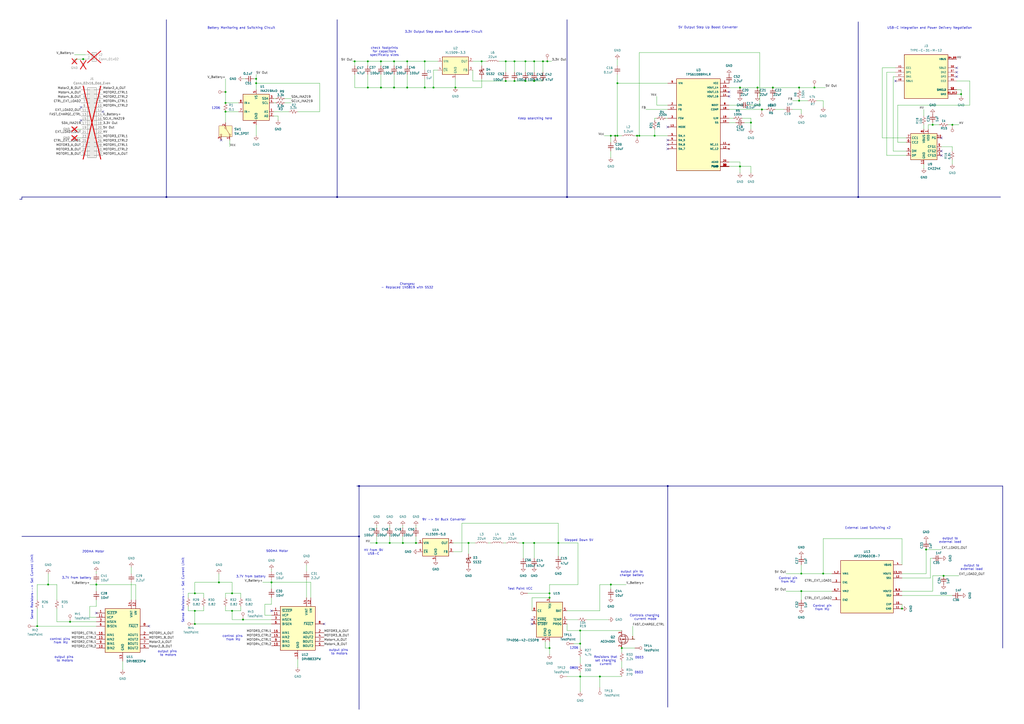
<source format=kicad_sch>
(kicad_sch (version 20250114) (generator "eeschema") (generator_version "9.0")
  (paper "A2")
  (title_block (title "EEE3088F Micromouse Power System Design") (date "2025-04-25") (rev "V1") (company "UCT") (comment 1 "DANIEL KREUZER (KRZDAN001)") (comment 2 "ILOKE ALUSALA (ALSILO001)") (comment 3 "AUTHORS:"))
  (text "1206" (at 332.994 375.92 0) (effects (font (size 1.27 1.27))))
  (text "Controls charging \ncurrent mode" (at 374.396 358.14 0) (effects (font (size 1.27 1.27))))
  (text "HV from 9V\nUSB-C" (at 216.662 320.294 0) (effects (font (size 1.27 1.27))))
  (text "1206" (at 127.762 62.738 0) (effects (font (size 1.27 1.27)) (justify right)))
  (text "USB-C Integration and Power Delivery Negotiation" (at 539.242 16.256 0) (effects (font (size 1.27 1.27))))
  (text "Test Point VCC" (at 301.752 341.63 0) (effects (font (size 1.27 1.27))))
  (text "output pins \nto motors" (at 97.536 378.968 0) (effects (font (size 1.27 1.27))))
  (text "output to\nexternal load" (at 563.626 329.184 0) (effects (font (size 1.27 1.27))))
  (text "200mA Motor" (at 54.102 320.04 0) (effects (font (size 1.27 1.27))))
  (text "0603" (at 370.586 390.144 0) (effects (font (size 1.27 1.27))))
  (text "control pins \nfrom MU" (at 35.306 371.856 0) (effects (font (size 1.27 1.27))))
  (text "External Load Switching x2" (at 503.428 306.324 0) (effects (font (size 1.27 1.27))))
  (text "output pins \nto motors" (at 37.592 382.27 0) (effects (font (size 1.27 1.27))))
  (text "control pins \nfrom MU" (at 135.382 370.078 0) (effects (font (size 1.27 1.27))))
  (text "Sense Resistors--> Set Current Limit" (at 106.172 342.392 90) (effects (font (size 1.27 1.27))))
  (text "Keep searching here" (at 310.388 68.834 0) (effects (font (size 1.27 1.27))))
  (text "5V Output Step Up Boost Converter\n\n " (at 410.718 18.034 0) (effects (font (size 1.27 1.27))))
  (text "Resistors that\nset charging\ncurrent" (at 351.282 383.286 0) (effects (font (size 1.27 1.27))))
  (text "Control pin\nfrom MU" (at 457.2 336.55 0) (effects (font (size 1.27 1.27))))
  (text "output pins \nto motors" (at 196.85 378.206 0) (effects (font (size 1.27 1.27))))
  (text "Control pin\nfrom MU" (at 477.012 352.552 0) (effects (font (size 1.27 1.27))))
  (text "0805" (at 332.994 387.604 0) (effects (font (size 1.27 1.27))))
  (text "Sense Resistors--> Set Current Limit" (at 18.542 340.614 90) (effects (font (size 1.27 1.27))))
  (text "Changes:\n- Replaced 1N5819 with SS32\n" (at 236.22 165.862 0) (effects (font (size 1.27 1.27))))
  (text "0603" (at 370.84 381.508 0) (effects (font (size 1.27 1.27))))
  (text "3.3V Output Step down Buck Converter Circuit\n" (at 257.302 18.542 0) (effects (font (size 1.27 1.27))))
  (text "output to\nexternal load" (at 551.18 313.436 0) (effects (font (size 1.27 1.27))))
  (text "9V -> 5V Buck Converter" (at 257.556 301.498 0) (effects (font (size 1.27 1.27))))
  (text "3.7V from battery" (at 145.542 334.518 0) (effects (font (size 1.27 1.27))))
  (text "Battery Monitoring and Switching Circuit" (at 139.954 16.256 0) (effects (font (size 1.27 1.27))))
  (text "500mA Motor" (at 160.782 319.786 0) (effects (font (size 1.27 1.27))))
  (text "check footprints\nfor capacitors\nspecifically sizes" (at 223.012 29.972 0) (effects (font (size 1.27 1.27))))
  (text "output pin to\ncharge battery" (at 366.522 332.74 0) (effects (font (size 1.27 1.27))))
  (text "Stepped Down 5V" (at 335.788 313.436 0) (effects (font (size 1.27 1.27))))
  (text "3.7V from battery" (at 44.45 335.28 0) (effects (font (size 1.27 1.27))))
  (junction (at 441.96 63.5))
  (junction (at 439.42 50.8))
  (junction (at 354.33 78.74))
  (junction (at 140.97 359.41))
  (junction (at 429.26 50.8))
  (junction (at 464.82 342.9))
  (junction (at 323.85 314.96))
  (junction (at 328.93 114.3))
  (junction (at 96.52 114.3))
  (junction (at 464.82 332.74))
  (junction (at 130.81 59.69))
  (junction (at 208.28 281.94))
  (junction (at 304.8 46.99))
  (junction (at 304.8 35.56))
  (junction (at 157.48 337.82))
  (junction (at 541.02 72.39))
  (junction (at 130.81 53.34))
  (junction (at 264.16 50.8))
  (junction (at 336.55 373.38))
  (junction (at 113.03 354.33))
  (junction (at 387.35 281.94))
  (junction (at 134.62 344.17))
  (junction (at 213.36 35.56))
  (junction (at 429.26 96.52))
  (junction (at 497.84 114.3))
  (junction (at 246.38 50.8))
  (junction (at 134.62 354.33))
  (junction (at 251.46 50.8))
  (junction (at 303.53 314.96))
  (junction (at 309.88 46.99))
  (junction (at 369.57 78.74))
  (junction (at 228.6 35.56))
  (junction (at 552.45 72.39))
  (junction (at 309.88 35.56))
  (junction (at 236.22 35.56))
  (junction (at 208.28 311.15))
  (junction (at 477.52 332.74))
  (junction (at 130.81 64.77))
  (junction (at 236.22 50.8))
  (junction (at 205.74 35.56))
  (junction (at 448.31 50.8))
  (junction (at 314.96 35.56))
  (junction (at 226.06 314.96))
  (junction (at 379.73 78.74))
  (junction (at 27.94 339.09))
  (junction (at 347.98 392.43))
  (junction (at 354.33 339.09))
  (junction (at 113.03 361.95))
  (junction (at 557.53 54.61))
  (junction (at 318.77 375.92))
  (junction (at 220.98 35.56))
  (junction (at 358.14 78.74))
  (junction (at 48.26 34.29))
  (junction (at 21.59 363.22))
  (junction (at 228.6 50.8))
  (junction (at 298.45 35.56))
  (junction (at 309.88 314.96))
  (junction (at 213.36 50.8))
  (junction (at 279.4 35.56))
  (junction (at 148.59 48.26))
  (junction (at 463.55 50.8))
  (junction (at 293.37 35.56))
  (junction (at 336.55 392.43))
  (junction (at 360.68 375.92))
  (junction (at 195.58 114.3))
  (junction (at 523.24 353.06))
  (junction (at 472.44 50.8))
  (junction (at 463.55 58.42))
  (junction (at 435.61 71.12))
  (junction (at 40.64 360.68))
  (junction (at 293.37 46.99))
  (junction (at 336.55 365.76))
  (junction (at 148.59 45.72))
  (junction (at 271.78 314.96))
  (junction (at 55.88 339.09))
  (junction (at 298.45 46.99))
  (junction (at 547.37 334.01))
  (junction (at 318.77 346.71))
  (junction (at 220.98 50.8))
  (junction (at 370.84 78.74))
  (junction (at 537.21 318.77))
  (junction (at 356.87 78.74))
  (junction (at 317.5 35.56))
  (junction (at 218.44 314.96))
  (junction (at 246.38 35.56))
  (junction (at 113.03 344.17))
  (junction (at 241.3 314.96))
  (junction (at 233.68 314.96))
  (junction (at 127 337.82))
  (junction (at 318.77 344.17))
  (junction (at 358.14 48.26))
  (no_connect (at 554.99 41.91))
  (no_connect (at 308.61 361.95))
  (no_connect (at 157.48 354.33))
  (no_connect (at 86.36 363.22))
  (no_connect (at 422.91 53.34))
  (no_connect (at 46.99 69.85))
  (no_connect (at 546.1 90.17))
  (no_connect (at 55.88 355.6))
  (no_connect (at 59.69 64.77))
  (no_connect (at 387.35 86.36))
  (no_connect (at 387.35 83.82))
  (no_connect (at 422.91 55.88))
  (no_connect (at 308.61 359.41))
  (no_connect (at 546.1 80.01))
  (no_connect (at 128.27 81.28))
  (no_connect (at 187.96 361.95))
  (no_connect (at 46.99 62.23))
  (no_connect (at 554.99 44.45))
  (no_connect (at 546.1 87.63))
  (no_connect (at 554.99 39.37))
  (no_connect (at 387.35 73.66))
  (no_connect (at 519.43 46.99))
  (no_connect (at 387.35 81.28))
  (wire (pts (xy 127 332.74) (xy 127 337.82)))
  (wire (pts (xy 440.69 30.48) (xy 440.69 60.96)))
  (wire (pts (xy 336.55 392.43) (xy 336.55 401.32)))
  (wire (pts (xy 318.77 375.92) (xy 318.77 379.73)))
  (wire (pts (xy 109.22 354.33) (xy 109.22 351.79)))
  (wire (pts (xy 44.45 74.93) (xy 46.99 74.93)))
  (wire (pts (xy 293.37 46.99) (xy 298.45 46.99)))
  (wire (pts (xy 246.38 50.8) (xy 251.46 50.8)))
  (wire (pts (xy 358.14 78.74) (xy 360.68 78.74)))
  (wire (pts (xy 463.55 58.42) (xy 468.63 58.42)))
  (wire (pts (xy 148.59 72.39) (xy 148.59 78.74)))
  (wire (pts (xy 251.46 50.8) (xy 264.16 50.8)))
  (wire (pts (xy 21.59 363.22) (xy 55.88 363.22)))
  (wire (pts (xy 233.68 304.8) (xy 233.68 306.07)))
  (bus (pts (xy 208.28 281.94) (xy 387.35 281.94)))
  (wire (pts (xy 27.94 339.09) (xy 33.02 339.09)))
  (wire (pts (xy 464.82 327.66) (xy 464.82 332.74)))
  (wire (pts (xy 519.43 39.37) (xy 511.81 39.37)))
  (wire (pts (xy 477.52 312.42) (xy 477.52 332.74)))
  (wire (pts (xy 328.93 359.41) (xy 335.28 359.41)))
  (wire (pts (xy 370.84 78.74) (xy 379.73 78.74)))
  (wire (pts (xy 157.48 337.82) (xy 180.34 337.82)))
  (wire (pts (xy 518.16 44.45) (xy 519.43 44.45)))
  (wire (pts (xy 358.14 48.26) (xy 387.35 48.26)))
  (bus (pts (xy 328.93 11.43) (xy 328.93 114.3)))
  (wire (pts (xy 185.42 48.26) (xy 148.59 48.26)))
  (wire (pts (xy 153.67 356.87) (xy 157.48 356.87)))
  (wire (pts (xy 422.91 68.58) (xy 425.45 68.58)))
  (wire (pts (xy 552.45 92.71) (xy 552.45 95.25)))
  (wire (pts (xy 140.97 359.41) (xy 157.48 359.41)))
  (wire (pts (xy 55.88 339.09) (xy 78.74 339.09)))
  (bus (pts (xy 207.01 281.94) (xy 208.28 281.94)))
  (wire (pts (xy 381 68.58) (xy 379.73 68.58)))
  (wire (pts (xy 228.6 50.8) (xy 236.22 50.8)))
  (wire (pts (xy 236.22 43.18) (xy 236.22 50.8)))
  (wire (pts (xy 177.8 336.55) (xy 177.8 346.71)))
  (wire (pts (xy 52.07 351.79) (xy 52.07 358.14)))
  (wire (pts (xy 33.02 339.09) (xy 33.02 347.98)))
  (wire (pts (xy 519.43 41.91) (xy 514.35 41.91)))
  (wire (pts (xy 347.98 398.78) (xy 347.98 392.43)))
  (wire (pts (xy 464.82 347.98) (xy 464.82 342.9)))
  (wire (pts (xy 435.61 71.12) (xy 435.61 74.93)))
  (wire (pts (xy 367.03 370.84) (xy 368.3 370.84)))
  (wire (pts (xy 472.44 50.8) (xy 463.55 50.8)))
  (wire (pts (xy 304.8 46.99) (xy 309.88 46.99)))
  (wire (pts (xy 152.4 337.82) (xy 157.48 337.82)))
  (wire (pts (xy 523.24 345.44) (xy 552.45 345.44)))
  (wire (pts (xy 205.74 43.18) (xy 205.74 50.8)))
  (wire (pts (xy 228.6 43.18) (xy 228.6 50.8)))
  (wire (pts (xy 236.22 35.56) (xy 236.22 38.1)))
  (wire (pts (xy 113.03 344.17) (xy 118.11 344.17)))
  (wire (pts (xy 541.02 72.39) (xy 544.83 72.39)))
  (wire (pts (xy 304.8 35.56) (xy 309.88 35.56)))
  (wire (pts (xy 316.23 372.11) (xy 316.23 375.92)))
  (wire (pts (xy 318.77 344.17) (xy 318.77 346.71)))
  (wire (pts (xy 279.4 50.8) (xy 264.16 50.8)))
  (wire (pts (xy 520.7 82.55) (xy 525.78 82.55)))
  (wire (pts (xy 538.48 74.93) (xy 538.48 72.39)))
  (wire (pts (xy 213.36 50.8) (xy 220.98 50.8)))
  (wire (pts (xy 379.73 74.93) (xy 379.73 78.74)))
  (wire (pts (xy 33.02 360.68) (xy 40.64 360.68)))
  (wire (pts (xy 271.78 314.96) (xy 275.59 314.96)))
  (wire (pts (xy 473.71 58.42) (xy 477.52 58.42)))
  (wire (pts (xy 554.99 46.99) (xy 562.61 46.99)))
  (wire (pts (xy 557.53 52.07) (xy 557.53 54.61)))
  (wire (pts (xy 274.32 35.56) (xy 279.4 35.56)))
  (wire (pts (xy 332.74 373.38) (xy 336.55 373.38)))
  (wire (pts (xy 369.57 78.74) (xy 370.84 78.74)))
  (wire (pts (xy 464.82 342.9) (xy 482.6 342.9)))
  (wire (pts (xy 304.8 35.56) (xy 304.8 41.91)))
  (wire (pts (xy 552.45 72.39) (xy 556.26 72.39)))
  (wire (pts (xy 267.97 320.04) (xy 267.97 303.53)))
  (wire (pts (xy 328.93 365.76) (xy 336.55 365.76)))
  (wire (pts (xy 153.67 350.52) (xy 153.67 356.87)))
  (wire (pts (xy 236.22 35.56) (xy 246.38 35.56)))
  (wire (pts (xy 160.02 57.15) (xy 158.75 57.15)))
  (wire (pts (xy 541.02 334.01) (xy 541.02 342.9)))
  (wire (pts (xy 449.58 63.5) (xy 454.66 63.5)))
  (wire (pts (xy 139.7 351.79) (xy 139.7 354.33)))
  (wire (pts (xy 55.88 347.98) (xy 55.88 351.79)))
  (wire (pts (xy 271.78 314.96) (xy 271.78 321.31)))
  (wire (pts (xy 113.03 361.95) (xy 157.48 361.95)))
  (bus (pts (xy 12.7 311.15) (xy 208.28 311.15)))
  (wire (pts (xy 140.97 45.72) (xy 142.24 45.72)))
  (wire (pts (xy 20.32 363.22) (xy 21.59 363.22)))
  (wire (pts (xy 309.88 35.56) (xy 314.96 35.56)))
  (wire (pts (xy 274.32 46.99) (xy 293.37 46.99)))
  (wire (pts (xy 157.48 330.2) (xy 157.48 331.47)))
  (wire (pts (xy 435.61 96.52) (xy 435.61 100.33)))
  (wire (pts (xy 323.85 314.96) (xy 323.85 322.58)))
  (wire (pts (xy 429.26 50.8) (xy 439.42 50.8)))
  (wire (pts (xy 43.18 31.75) (xy 49.53 31.75)))
  (wire (pts (xy 233.68 311.15) (xy 233.68 314.96)))
  (wire (pts (xy 541.02 334.01) (xy 547.37 334.01)))
  (wire (pts (xy 367.03 363.22) (xy 367.03 370.84)))
  (wire (pts (xy 539.75 323.85) (xy 539.75 335.28)))
  (wire (pts (xy 236.22 50.8) (xy 246.38 50.8)))
  (wire (pts (xy 246.38 45.72) (xy 246.38 50.8)))
  (wire (pts (xy 511.81 80.01) (xy 525.78 80.01)))
  (wire (pts (xy 213.36 35.56) (xy 213.36 38.1)))
  (wire (pts (xy 76.2 337.82) (xy 76.2 347.98)))
  (wire (pts (xy 130.81 45.72) (xy 130.81 53.34)))
  (wire (pts (xy 134.62 354.33) (xy 139.7 354.33)))
  (wire (pts (xy 541.02 71.12) (xy 541.02 72.39)))
  (wire (pts (xy 130.81 354.33) (xy 134.62 354.33)))
  (wire (pts (xy 52.07 358.14) (xy 55.88 358.14)))
  (wire (pts (xy 464.82 332.74) (xy 477.52 332.74)))
  (wire (pts (xy 472.44 50.8) (xy 478.79 50.8)))
  (bus (pts (xy 195.58 11.43) (xy 195.58 114.3)))
  (wire (pts (xy 336.55 373.38) (xy 336.55 365.76)))
  (wire (pts (xy 127 337.82) (xy 134.62 337.82)))
  (wire (pts (xy 52.07 339.09) (xy 55.88 339.09)))
  (wire (pts (xy 422.91 71.12) (xy 426.72 71.12)))
  (wire (pts (xy 21.59 347.98) (xy 21.59 339.09)))
  (wire (pts (xy 213.36 43.18) (xy 213.36 50.8)))
  (wire (pts (xy 298.45 35.56) (xy 304.8 35.56)))
  (wire (pts (xy 370.84 78.74) (xy 370.84 30.48)))
  (wire (pts (xy 113.03 361.95) (xy 113.03 354.33)))
  (wire (pts (xy 134.62 337.82) (xy 134.62 344.17)))
  (wire (pts (xy 172.72 382.27) (xy 172.72 387.35)))
  (wire (pts (xy 535.94 63.5) (xy 535.94 67.31)))
  (wire (pts (xy 109.22 344.17) (xy 113.03 344.17)))
  (wire (pts (xy 279.4 45.72) (xy 279.4 50.8)))
  (wire (pts (xy 214.63 314.96) (xy 218.44 314.96)))
  (bus (pts (xy 497.84 12.7) (xy 497.84 114.3)))
  (wire (pts (xy 477.52 58.42) (xy 477.52 62.23)))
  (wire (pts (xy 541.02 342.9) (xy 523.24 342.9)))
  (wire (pts (xy 520.7 60.96) (xy 520.7 82.55)))
  (wire (pts (xy 422.91 93.98) (xy 429.26 93.98)))
  (wire (pts (xy 541.02 72.39) (xy 538.48 72.39)))
  (wire (pts (xy 205.74 35.56) (xy 213.36 35.56)))
  (wire (pts (xy 557.53 54.61) (xy 557.53 55.88)))
  (wire (pts (xy 387.35 68.58) (xy 386.08 68.58)))
  (wire (pts (xy 518.16 87.63) (xy 525.78 87.63)))
  (wire (pts (xy 552.45 85.09) (xy 546.1 85.09)))
  (wire (pts (xy 440.69 60.96) (xy 434.34 60.96)))
  (wire (pts (xy 354.33 341.63) (xy 354.33 339.09)))
  (wire (pts (xy 318.77 339.09) (xy 318.77 344.17)))
  (wire (pts (xy 218.44 314.96) (xy 226.06 314.96)))
  (wire (pts (xy 459.74 58.42) (xy 463.55 58.42)))
  (wire (pts (xy 48.26 34.29) (xy 49.53 34.29)))
  (wire (pts (xy 220.98 50.8) (xy 228.6 50.8)))
  (wire (pts (xy 374.65 63.5) (xy 387.35 63.5)))
  (wire (pts (xy 220.98 43.18) (xy 220.98 50.8)))
  (wire (pts (xy 514.35 90.17) (xy 525.78 90.17)))
  (wire (pts (xy 429.26 93.98) (xy 429.26 96.52)))
  (wire (pts (xy 262.89 314.96) (xy 271.78 314.96)))
  (wire (pts (xy 368.3 375.92) (xy 360.68 375.92)))
  (wire (pts (xy 328.93 392.43) (xy 336.55 392.43)))
  (wire (pts (xy 168.91 57.15) (xy 165.1 57.15)))
  (wire (pts (xy 109.22 354.33) (xy 113.03 354.33)))
  (wire (pts (xy 241.3 314.96) (xy 242.57 314.96)))
  (wire (pts (xy 55.88 351.79) (xy 52.07 351.79)))
  (wire (pts (xy 354.33 78.74) (xy 354.33 82.55)))
  (wire (pts (xy 157.48 350.52) (xy 153.67 350.52)))
  (wire (pts (xy 134.62 344.17) (xy 139.7 344.17)))
  (wire (pts (xy 347.98 392.43) (xy 360.68 392.43)))
  (wire (pts (xy 180.34 346.71) (xy 180.34 337.82)))
  (wire (pts (xy 511.81 39.37) (xy 511.81 80.01)))
  (wire (pts (xy 298.45 46.99) (xy 304.8 46.99)))
  (wire (pts (xy 43.18 34.29) (xy 48.26 34.29)))
  (wire (pts (xy 335.28 314.96) (xy 335.28 339.09)))
  (wire (pts (xy 279.4 35.56) (xy 281.94 35.56)))
  (wire (pts (xy 336.55 384.81) (xy 336.55 381)))
  (wire (pts (xy 435.61 68.58) (xy 435.61 71.12)))
  (wire (pts (xy 316.23 375.92) (xy 318.77 375.92)))
  (wire (pts (xy 381 55.88) (xy 381 60.96)))
  (wire (pts (xy 336.55 365.76) (xy 360.68 365.76)))
  (wire (pts (xy 464.82 63.5) (xy 464.82 66.04)))
  (wire (pts (xy 309.88 46.99) (xy 314.96 46.99)))
  (wire (pts (xy 354.33 339.09) (xy 363.22 339.09)))
  (wire (pts (xy 335.28 314.96) (xy 323.85 314.96)))
  (wire (pts (xy 336.55 392.43) (xy 336.55 389.89)))
  (wire (pts (xy 455.93 342.9) (xy 464.82 342.9)))
  (wire (pts (xy 33.02 353.06) (xy 33.02 360.68)))
  (wire (pts (xy 213.36 35.56) (xy 220.98 35.56)))
  (wire (pts (xy 328.93 361.95) (xy 328.93 365.76)))
  (wire (pts (xy 148.59 43.18) (xy 148.59 45.72)))
  (wire (pts (xy 306.07 344.17) (xy 318.77 344.17)))
  (bus (pts (xy 195.58 114.3) (xy 96.52 114.3)))
  (wire (pts (xy 546.1 318.77) (xy 537.21 318.77)))
  (wire (pts (xy 44.45 80.01) (xy 46.99 80.01)))
  (wire (pts (xy 549.91 72.39) (xy 552.45 72.39)))
  (bus (pts (xy 328.93 114.3) (xy 195.58 114.3)))
  (wire (pts (xy 303.53 314.96) (xy 309.88 314.96)))
  (bus (pts (xy 580.39 114.3) (xy 497.84 114.3)))
  (wire (pts (xy 134.62 354.33) (xy 134.62 359.41)))
  (wire (pts (xy 358.14 34.29) (xy 358.14 38.1)))
  (wire (pts (xy 274.32 46.99) (xy 274.32 40.64)))
  (wire (pts (xy 226.06 304.8) (xy 226.06 306.07)))
  (wire (pts (xy 71.12 383.54) (xy 71.12 388.62)))
  (wire (pts (xy 514.35 41.91) (xy 514.35 90.17)))
  (wire (pts (xy 262.89 320.04) (xy 267.97 320.04)))
  (wire (pts (xy 523.24 312.42) (xy 477.52 312.42)))
  (wire (pts (xy 439.42 50.8) (xy 448.31 50.8)))
  (wire (pts (xy 518.16 44.45) (xy 518.16 87.63)))
  (wire (pts (xy 185.42 64.77) (xy 185.42 48.26)))
  (wire (pts (xy 113.03 354.33) (xy 118.11 354.33)))
  (wire (pts (xy 226.06 311.15) (xy 226.06 314.96)))
  (wire (pts (xy 55.88 337.82) (xy 55.88 339.09)))
  (wire (pts (xy 463.55 57.15) (xy 463.55 58.42)))
  (wire (pts (xy 168.91 59.69) (xy 165.1 59.69)))
  (wire (pts (xy 218.44 311.15) (xy 218.44 314.96)))
  (wire (pts (xy 523.24 327.66) (xy 523.24 312.42)))
  (bus (pts (xy 581.66 281.94) (xy 581.66 375.92)))
  (wire (pts (xy 360.68 375.92) (xy 360.68 378.46)))
  (wire (pts (xy 318.77 372.11) (xy 318.77 375.92)))
  (wire (pts (xy 21.59 353.06) (xy 21.59 363.22)))
  (wire (pts (xy 226.06 314.96) (xy 233.68 314.96)))
  (wire (pts (xy 429.26 96.52) (xy 435.61 96.52)))
  (wire (pts (xy 422.91 50.8) (xy 429.26 50.8)))
  (wire (pts (xy 160.02 59.69) (xy 158.75 59.69)))
  (wire (pts (xy 448.31 50.8) (xy 463.55 50.8)))
  (wire (pts (xy 308.61 346.71) (xy 318.77 346.71)))
  (wire (pts (xy 40.64 360.68) (xy 55.88 360.68)))
  (wire (pts (xy 347.98 339.09) (xy 347.98 354.33)))
  (wire (pts (xy 370.84 30.48) (xy 440.69 30.48)))
  (wire (pts (xy 161.29 67.31) (xy 161.29 69.85)))
  (wire (pts (xy 441.96 63.5) (xy 444.5 63.5)))
  (wire (pts (xy 241.3 304.8) (xy 241.3 306.07)))
  (wire (pts (xy 347.98 339.09) (xy 354.33 339.09)))
  (wire (pts (xy 314.96 35.56) (xy 317.5 35.56)))
  (wire (pts (xy 279.4 35.56) (xy 279.4 38.1)))
  (wire (pts (xy 21.59 339.09) (xy 27.94 339.09)))
  (wire (pts (xy 55.88 339.09) (xy 55.88 342.9)))
  (bus (pts (xy 497.84 114.3) (xy 328.93 114.3)))
  (wire (pts (xy 130.81 64.77) (xy 130.81 71.12)))
  (wire (pts (xy 354.33 87.63) (xy 354.33 91.44)))
  (wire (pts (xy 539.75 323.85) (xy 541.02 323.85)))
  (wire (pts (xy 523.24 350.52) (xy 523.24 353.06)))
  (wire (pts (xy 246.38 35.56) (xy 254 35.56)))
  (wire (pts (xy 535.94 72.39) (xy 535.94 74.93)))
  (wire (pts (xy 233.68 314.96) (xy 241.3 314.96)))
  (wire (pts (xy 430.53 68.58) (xy 435.61 68.58)))
  (wire (pts (xy 335.28 339.09) (xy 318.77 339.09)))
  (wire (pts (xy 477.52 332.74) (xy 482.6 332.74)))
  (wire (pts (xy 562.61 60.96) (xy 520.7 60.96)))
  (wire (pts (xy 109.22 344.17) (xy 109.22 346.71)))
  (wire (pts (xy 431.8 71.12) (xy 435.61 71.12)))
  (wire (pts (xy 130.81 64.77) (xy 138.43 64.77)))
  (wire (pts (xy 246.38 35.56) (xy 246.38 40.64)))
  (wire (pts (xy 264.16 45.72) (xy 264.16 50.8)))
  (wire (pts (xy 429.26 60.96) (xy 422.91 60.96)))
  (wire (pts (xy 113.03 337.82) (xy 127 337.82)))
  (wire (pts (xy 241.3 311.15) (xy 241.3 314.96)))
  (wire (pts (xy 358.14 43.18) (xy 358.14 48.26)))
  (wire (pts (xy 289.56 35.56) (xy 293.37 35.56)))
  (wire (pts (xy 309.88 314.96) (xy 309.88 323.85)))
  (wire (pts (xy 251.46 40.64) (xy 251.46 50.8)))
  (wire (pts (xy 130.81 351.79) (xy 130.81 354.33)))
  (wire (pts (xy 293.37 35.56) (xy 293.37 41.91)))
  (bus (pts (xy 96.52 11.43) (xy 96.52 114.3)))
  (wire (pts (xy 360.68 383.54) (xy 360.68 387.35)))
  (bus (pts (xy 96.52 114.3) (xy 12.7 114.3)))
  (wire (pts (xy 358.14 48.26) (xy 358.14 78.74)))
  (wire (pts (xy 356.87 78.74) (xy 358.14 78.74)))
  (wire (pts (xy 228.6 35.56) (xy 228.6 38.1)))
  (wire (pts (xy 314.96 35.56) (xy 314.96 41.91)))
  (wire (pts (xy 554.99 52.07) (xy 557.53 52.07)))
  (wire (pts (xy 172.72 64.77) (xy 185.42 64.77)))
  (wire (pts (xy 205.74 50.8) (xy 213.36 50.8)))
  (wire (pts (xy 463.55 50.8) (xy 463.55 52.07)))
  (wire (pts (xy 368.3 78.74) (xy 369.57 78.74)))
  (wire (pts (xy 379.73 78.74) (xy 387.35 78.74)))
  (wire (pts (xy 220.98 35.56) (xy 220.98 38.1)))
  (bus (pts (xy 387.35 281.94) (xy 387.35 410.21)))
  (wire (pts (xy 562.61 46.99) (xy 562.61 60.96)))
  (wire (pts (xy 205.74 35.56) (xy 205.74 38.1)))
  (wire (pts (xy 267.97 303.53) (xy 323.85 303.53)))
  (wire (pts (xy 27.94 332.74) (xy 27.94 339.09)))
  (wire (pts (xy 148.59 48.26) (xy 148.59 52.07)))
  (wire (pts (xy 118.11 354.33) (xy 118.11 351.79)))
  (wire (pts (xy 157.48 336.55) (xy 157.48 337.82)))
  (wire (pts (xy 537.21 332.74) (xy 523.24 332.74)))
  (wire (pts (xy 429.26 96.52) (xy 422.91 96.52)))
  (wire (pts (xy 300.99 314.96) (xy 303.53 314.96)))
  (bus (pts (xy 208.28 281.94) (xy 208.28 311.15)))
  (wire (pts (xy 130.81 59.69) (xy 138.43 59.69)))
  (wire (pts (xy 552.45 87.63) (xy 552.45 85.09)))
  (wire (pts (xy 148.59 45.72) (xy 148.59 48.26)))
  (wire (pts (xy 158.75 67.31) (xy 161.29 67.31)))
  (bus (pts (xy 12.7 114.3) (xy 12.7 115.57)))
  (wire (pts (xy 387.35 60.96) (xy 381 60.96)))
  (bus (pts (xy 208.28 311.15) (xy 208.28 411.48)))
  (wire (pts (xy 78.74 347.98) (xy 78.74 339.09)))
  (wire (pts (xy 347.98 354.33) (xy 328.93 354.33)))
  (bus (pts (xy 387.35 281.94) (xy 581.66 281.94)))
  (wire (pts (xy 118.11 344.17) (xy 118.11 346.71)))
  (wire (pts (xy 379.73 68.58) (xy 379.73 69.85)))
  (wire (pts (xy 340.36 359.41) (xy 353.06 359.41)))
  (wire (pts (xy 113.03 337.82) (xy 113.03 344.17)))
  (wire (pts (xy 547.37 334.01) (xy 556.26 334.01)))
  (wire (pts (xy 336.55 375.92) (xy 336.55 373.38)))
  (wire (pts (xy 139.7 344.17) (xy 139.7 346.71)))
  (wire (pts (xy 309.88 314.96) (xy 323.85 314.96)))
  (wire (pts (xy 455.93 332.74) (xy 464.82 332.74)))
  (wire (pts (xy 130.81 344.17) (xy 134.62 344.17)))
  (wire (pts (xy 220.98 35.56) (xy 228.6 35.56)))
  (wire (pts (xy 177.8 327.66) (xy 177.8 331.47)))
  (wire (pts (xy 323.85 303.53) (xy 323.85 314.96)))
  (wire (pts (xy 537.21 318.77) (xy 537.21 332.74)))
  (wire (pts (xy 293.37 35.56) (xy 298.45 35.56)))
  (wire (pts (xy 134.62 359.41) (xy 140.97 359.41)))
  (wire (pts (xy 133.35 81.28) (xy 133.35 85.09)))
  (wire (pts (xy 309.88 35.56) (xy 309.88 41.91)))
  (wire (pts (xy 422.91 63.5) (xy 441.96 63.5)))
  (bus (pts (xy 11.43 115.57) (xy 12.7 115.57)))
  (wire (pts (xy 218.44 304.8) (xy 218.44 306.07)))
  (wire (pts (xy 283.21 314.96) (xy 284.48 314.96)))
  (wire (pts (xy 204.47 35.56) (xy 205.74 35.56)))
  (wire (pts (xy 147.32 45.72) (xy 148.59 45.72)))
  (wire (pts (xy 350.52 78.74) (xy 354.33 78.74)))
  (wire (pts (xy 539.75 335.28) (xy 523.24 335.28)))
  (wire (pts (xy 459.74 63.5) (xy 464.82 63.5)))
  (wire (pts (xy 157.48 337.82) (xy 157.48 341.63)))
  (wire (pts (xy 55.88 331.47) (xy 55.88 332.74)))
  (wire (pts (xy 130.81 59.69) (xy 130.81 53.34)))
  (wire (pts (xy 336.55 392.43) (xy 347.98 392.43)))
  (wire (pts (xy 356.87 78.74) (xy 354.33 78.74)))
  (wire (pts (xy 254 40.64) (xy 251.46 40.64)))
  (wire (pts (xy 130.81 346.71) (xy 130.81 344.17)))
  (wire (pts (xy 303.53 314.96) (xy 303.53 323.85)))
  (wire (pts (xy 228.6 35.56) (xy 236.22 35.56)))
  (wire (pts (xy 292.1 314.96) (xy 293.37 314.96)))
  (wire (pts (xy 554.99 54.61) (xy 557.53 54.61)))
  (wire (pts (xy 535.94 95.25) (xy 535.94 97.79)))
  (wire (pts (xy 158.75 64.77) (xy 167.64 64.77)))
  (wire (pts (xy 429.26 96.52) (xy 429.26 100.33)))
  (wire (pts (xy 317.5 35.56) (xy 320.04 35.56)))
  (wire (pts (xy 298.45 35.56) (xy 298.45 41.91)))
  (wire (pts (xy 308.61 354.33) (xy 308.61 346.71)))
  (wire (pts (xy 157.48 346.71) (xy 157.48 350.52)))
  (wire (pts (xy 76.2 328.93) (xy 76.2 332.74)))
  (label "5V Out" (at 59.69 74.93 0))
  (label "V_Battery+" (at 43.18 31.75 180))
  (label "MOTOR3_CTRL1" (at 157.48 367.03 180))
  (label "MOTOR3_B_OUT" (at 187.96 369.57 0))
  (label "SCLK_INA219" (at 168.91 59.69 0))
  (label "MOTOR3_CTRL2" (at 59.69 82.55 0))
  (label "MOTOR4_CTRL1" (at 157.48 372.11 180))
  (label "EXT_LOAD1_OUT" (at 546.1 318.77 0))
  (label "Motor4_A_OUT" (at 187.96 372.11 0))
  (label "MOTOR1_A_OUT" (at 59.69 90.17 0))
  (label "5V Out" (at 455.93 332.74 180))
  (label "Motor4_A_OUT" (at 46.99 54.61 180))
  (label "Motor4_B_OUT" (at 46.99 57.15 180))
  (label "HV" (at 535.94 63.5 180))
  (label "5V Out" (at 455.93 342.9 180))
  (label "CTRL_EXT_LOAD2" (at 482.6 347.98 180))
  (label "CTRL_EXT_LOAD1" (at 46.99 82.55 180))
  (label "EXT_LOAD2_OUT" (at 46.99 64.77 180))
  (label "MOTOR3_B_OUT" (at 46.99 87.63 180))
  (label "HV" (at 214.63 314.96 180))
  (label "V_Battery+" (at 152.4 337.82 180))
  (label "FAST_CHARGE_CTRL" (at 367.03 363.22 0))
  (label "Vcc" (at 381 55.88 180))
  (label "FB" (at 459.74 58.42 180))
  (label "HV" (at 59.69 77.47 0))
  (label "FB" (at 374.65 63.5 180))
  (label "CTRL_EXT_LOAD1" (at 482.6 337.82 180))
  (label "Motor2_A_OUT" (at 86.36 373.38 0))
  (label "MOTOR1_B_OUT" (at 86.36 370.84 0))
  (label "MOTOR3_A_OUT" (at 46.99 85.09 180))
  (label "Vcc" (at 350.52 78.74 180))
  (label "MOTOR3_CTRL2" (at 157.48 369.57 180))
  (label "MOTOR2_CTRL1" (at 55.88 373.38 180))
  (label "MOTOR2_CTRL1" (at 59.69 54.61 0))
  (label "SDA_INA219" (at 46.99 72.39 180))
  (label "MOTOR1_CTRL1" (at 59.69 85.09 0))
  (label "5V Out" (at 478.79 50.8 0))
  (label "SCLK_INA219" (at 59.69 69.85 0))
  (label "V_Battery+" (at 59.69 67.31 0))
  (label "MOTOR4_CTRL1" (at 59.69 59.69 0))
  (label "3.3V Out" (at 59.69 72.39 0))
  (label "EXT_LOAD1_OUT" (at 46.99 77.47 180))
  (label "5V Out" (at 204.47 35.56 180))
  (label "MOTOR4_CTRL2" (at 157.48 374.65 180))
  (label "5V Out" (at 148.59 43.18 0))
  (label "MOTOR3_A_OUT" (at 187.96 367.03 0))
  (label "EXT_LOAD2_OUT" (at 556.26 334.01 0))
  (label "MOTOR1_B_OUT" (at 46.99 90.17 180))
  (label "MOTOR1_CTRL2" (at 59.69 87.63 0))
  (label "CTRL_EXT_LOAD2" (at 46.99 59.69 180))
  (label "MOTOR1_CTRL2" (at 55.88 370.84 180))
  (label "MOTOR3_CTRL1" (at 59.69 80.01 0))
  (label "FAST_CHARGE_CTRL" (at 46.99 67.31 180))
  (label "Motor2_B_OUT" (at 46.99 52.07 180))
  (label "MOTOR1_A_OUT" (at 86.36 368.3 0))
  (label "3.3V Out" (at 320.04 35.56 0))
  (label "SDA_INA219" (at 168.91 57.15 0))
  (label "MOTOR1_CTRL1" (at 55.88 368.3 180))
  (label "HV" (at 556.26 72.39 0))
  (label "V_Battery+" (at 52.07 339.09 180))
  (label "MOTOR4_CTRL2" (at 59.69 62.23 0))
  (label "MOTOR2_CTRL2" (at 55.88 375.92 180))
  (label "Vcc" (at 133.35 85.09 0))
  (label "Motor4_B_OUT" (at 187.96 374.65 0))
  (label "MOTOR2_CTRL2" (at 59.69 57.15 0))
  (label "HV" (at 554.99 34.29 0))
  (label "Motor2_B_OUT" (at 86.36 375.92 0))
  (label "Motor2_A_OUT" (at 59.69 52.07 0))
  (label "V_Battery+" (at 130.81 45.72 180))
  (label "V_Battery+" (at 363.22 339.09 0))
  (symbol (lib_id "Connector:TestPoint") (at 552.45 72.39 180) (unit 1)
    (property "Reference" "HV1" (effects (hide yes)))
    (property "Value" "TestPoint" (effects (hide yes)))
    (property "Footprint" "TestPoint:TestPoint_Pad_D2.0mm" (effects (hide yes)))
    (property "Description" "test point" (effects (hide yes)))
  )
  (symbol (lib_name "GND_15") (lib_id "power:GND") (at 477.52 62.23 0) (unit 1)
    (property "Reference" "#PWR011" (effects (hide yes)))
    (property "Value" "GND" (at 477.52 67.31 0))
    (property "Description" "Power symbol creates a global label with name \"GND\" , ground" (effects (hide yes)))
  )
  (symbol (lib_id "Device:C_Small") (at 554.99 345.44 90) (mirror x) (unit 1)
    (property "Reference" "C36" (at 556.514 347.98 90) (effects (justify left)))
    (property "Value" "1nF" (at 557.784 342.392 90) (effects (justify left)))
    (property "Footprint" "Capacitor_SMD:C_0603_1608Metric" (effects (hide yes)))
    (property "Description" "Unpolarized capacitor, small symbol" (effects (hide yes)))
    (property "LCSC" "C1588" (effects (hide yes)))
  )
  (symbol (lib_id "Device:R_Small_US") (at 162.56 57.15 90) (unit 1)
    (property "Reference" "R9" (at 163.576 53.086 90))
    (property "Value" "3.3k" (at 162.814 55.118 90))
    (property "Footprint" "Resistor_SMD:R_0402_1005Metric_Pad0.72x0.64mm_HandSolder" (effects (hide yes)))
    (property "Description" "Resistor, small US symbol" (effects (hide yes)))
    (property "LCSC" "C25890" (effects (hide yes)))
  )
  (symbol (lib_id "Connector:TestPoint") (at 369.57 78.74 180) (unit 1)
    (property "Reference" "ind1" (effects (hide yes)))
    (property "Value" "TestPoint" (effects (hide yes)))
    (property "Footprint" "TestPoint:TestPoint_Pad_D2.0mm" (effects (hide yes)))
    (property "Description" "test point" (effects (hide yes)))
  )
  (symbol (lib_id "Device:C_Small") (at 431.8 60.96 90) (mirror x) (unit 1)
    (property "Reference" "C17" (at 436.88 59.944 90) (effects (justify left)))
    (property "Value" "0.1uF" (at 438.15 62.23 90) (effects (justify left)))
    (property "Footprint" "Capacitor_SMD:C_0402_1005Metric_Pad0.74x0.62mm_HandSolder" (effects (hide yes)))
    (property "Description" "Unpolarized capacitor, small symbol" (effects (hide yes)))
    (property "LCSC" "C1525" (effects (hide yes)))
  )
  (symbol (lib_id "Device:R_Small_US") (at 336.55 387.35 0) (unit 1)
    (property "Reference" "R28" (at 339.09 386.0799 0) (effects (justify left)))
    (property "Value" "330" (at 339.09 388.6199 0) (effects (justify left)))
    (property "Footprint" "Resistor_SMD:R_0805_2012Metric_Pad1.20x1.40mm_HandSolder" (effects (hide yes)))
    (property "Description" "Resistor, small US symbol" (effects (hide yes)))
    (property "LCSC" "C17630" (effects (hide yes)))
  )
  (symbol (lib_id "Device:R_Small_US") (at 383.54 68.58 270) (unit 1)
    (property "Reference" "R4" (at 384.048 65.024 90))
    (property "Value" "220k" (at 384.556 66.548 90))
    (property "Footprint" "Resistor_SMD:R_0805_2012Metric_Pad1.20x1.40mm_HandSolder" (effects (hide yes)))
    (property "LCSC" "C17556" (effects (hide yes)))
  )
  (symbol (lib_id "Connector:TestPoint") (at 317.5 35.56 0) (unit 1)
    (property "Reference" "3v3Reg1" (effects (hide yes)))
    (property "Value" "TestPoint" (effects (hide yes)))
    (property "Footprint" "TestPoint:TestPoint_Pad_D2.0mm" (effects (hide yes)))
    (property "Description" "test point" (effects (hide yes)))
  )
  (symbol (lib_name "GND_11") (lib_id "power:GND") (at 464.82 322.58 180) (unit 1)
    (property "Reference" "#PWR055" (effects (hide yes)))
    (property "Value" "GND" (at 464.82 317.5 0))
    (property "Description" "Power symbol creates a global label with name \"GND\" , ground" (effects (hide yes)))
  )
  (symbol (lib_id "Device:R_Small_US") (at 360.68 389.89 0) (unit 1)
    (property "Reference" "R34" (at 363.22 388.6199 0) (effects (justify left)))
    (property "Value" "270" (at 363.22 391.1599 0) (effects (justify left)))
    (property "Footprint" "Resistor_SMD:R_0603_1608Metric_Pad0.98x0.95mm_HandSolder" (effects (hide yes)))
    (property "Description" "Resistor, small US symbol" (effects (hide yes)))
    (property "LCSC" "C22966" (effects (hide yes)))
  )
  (symbol (lib_name "GND_20") (lib_id "power:GND") (at 535.94 97.79 0) (unit 1)
    (property "Reference" "#PWR016" (effects (hide yes)))
    (property "Value" "GND" (at 535.94 102.87 0))
    (property "Description" "Power symbol creates a global label with name \"GND\" , ground" (effects (hide yes)))
  )
  (symbol (lib_id "Device:C_Small") (at 429.26 53.34 0) (mirror y) (unit 1)
    (property "Reference" "C20" (at 434.34 52.324 0) (effects (justify left)))
    (property "Value" "22uF" (at 434.34 54.864 0) (effects (justify left)))
    (property "Footprint" "Capacitor_SMD:C_1206_3216Metric_Pad1.33x1.80mm_HandSolder" (effects (hide yes)))
    (property "Description" "Unpolarized capacitor, small symbol" (effects (hide yes)))
    (property "LCSC" "C12891" (effects (hide yes)))
  )
  (symbol (lib_id "Device:C_Small") (at 448.31 53.34 0) (mirror y) (unit 1)
    (property "Reference" "C22" (at 453.39 52.324 0) (effects (justify left)))
    (property "Value" "22uF" (at 453.39 54.864 0) (effects (justify left)))
    (property "Footprint" "Capacitor_SMD:C_1206_3216Metric_Pad1.33x1.80mm_HandSolder" (effects (hide yes)))
    (property "Description" "Unpolarized capacitor, small symbol" (effects (hide yes)))
    (property "LCSC" "C12891" (effects (hide yes)))
  )
  (symbol (lib_name "GND_9") (lib_id "power:GND") (at 323.85 327.66 0) (unit 1)
    (property "Reference" "#PWR071" (effects (hide yes)))
    (property "Value" "GND" (at 323.85 332.74 0))
    (property "Description" "Power symbol creates a global label with name \"GND\" , ground" (effects (hide yes)))
  )
  (symbol (lib_name "GND_12") (lib_id "power:GND") (at 71.12 388.62 0) (unit 1)
    (property "Reference" "#PWR050" (effects (hide yes)))
    (property "Value" "GND" (at 71.12 393.7 0))
    (property "Description" "Power symbol creates a global label with name \"GND\" , ground" (effects (hide yes)))
  )
  (symbol (lib_id "Device:C_Small") (at 76.2 335.28 0) (unit 1)
    (property "Reference" "C29" (at 78.74 334.0162 0) (effects (justify left)))
    (property "Value" "2.2uF" (at 78.74 336.5562 0) (effects (justify left)))
    (property "Footprint" "Capacitor_SMD:C_0603_1608Metric_Pad1.08x0.95mm_HandSolder" (effects (hide yes)))
    (property "Description" "Unpolarized capacitor, small symbol" (effects (hide yes)))
    (property "LCSC" "C23630" (effects (hide yes)))
  )
  (symbol (lib_id "Device:R_Small_US") (at 471.17 58.42 270) (unit 1)
    (property "Reference" "R7" (at 471.424 60.452 90))
    (property "Value" "47k" (at 471.17 56.134 90))
    (property "Footprint" "Resistor_SMD:R_0805_2012Metric_Pad1.20x1.40mm_HandSolder" (effects (hide yes)))
    (property "LCSC" "C17713" (effects (hide yes)))
  )
  (symbol (lib_name "GND_16") (lib_id "power:GND") (at 429.26 55.88 0) (unit 1)
    (property "Reference" "#PWR012" (effects (hide yes)))
    (property "Value" "GND" (at 429.26 60.96 0))
    (property "Description" "Power symbol creates a global label with name \"GND\" , ground" (effects (hide yes)))
  )
  (symbol (lib_id "Connector:TestPoint") (at 20.32 363.22 90) (unit 1) (on_board no)
    (property "Reference" "Mr2" (at 20.32 365.506 90))
    (property "Value" "TestPoint" (at 20.32 368.046 90))
    (property "Footprint" "TestPoint:TestPoint_Pad_D2.0mm" (effects (hide yes)))
    (property "Description" "test point" (effects (hide yes)))
  )
  (symbol (lib_id "Device:C_Small") (at 354.33 344.17 0) (unit 1)
    (property "Reference" "C44" (at 356.87 342.9062 0) (effects (justify left)))
    (property "Value" "10uF" (at 356.87 345.4462 0) (effects (justify left)))
    (property "Footprint" "Capacitor_SMD:C_0805_2012Metric_Pad1.18x1.45mm_HandSolder" (effects (hide yes)))
    (property "Description" "Unpolarized capacitor, small symbol" (effects (hide yes)))
    (property "LCSC" "C15850" (effects (hide yes)))
  )
  (symbol (lib_id "Device:R_Small_US") (at 535.94 69.85 180) (unit 1)
    (property "Reference" "R18" (at 532.13 70.104 90))
    (property "Value" "10k" (at 534.162 70.104 90))
    (property "Footprint" "Resistor_SMD:R_0603_1608Metric_Pad0.98x0.95mm_HandSolder" (effects (hide yes)))
    (property "LCSC" "C17414" (effects (hide yes)))
  )
  (symbol (lib_id "Device:C_Small") (at 220.98 40.64 0) (mirror y) (unit 1)
    (property "Reference" "C38" (at 221.742 39.116 0) (effects (justify right)))
    (property "Value" "100uF" (at 222.25 42.418 0) (effects (justify right)))
    (property "Footprint" "Capacitor_SMD:C_1206_3216Metric_Pad1.33x1.80mm_HandSolder" (effects (hide yes)))
    (property "Description" "Unpolarized capacitor, small symbol" (effects (hide yes)))
    (property "LCSC" "C15008" (effects (hide yes)))
  )
  (symbol (lib_id "Device:C_Small") (at 226.06 308.61 0) (unit 1)
    (property "Reference" "C48" (at 225.298 307.086 0) (effects (justify right)))
    (property "Value" "100uF" (at 224.79 310.388 0) (effects (justify right)))
    (property "Footprint" "Capacitor_Tantalum_SMD:CP_EIA-3528-21_Kemet-B" (effects (hide yes)))
    (property "Description" "Unpolarized capacitor, small symbol" (effects (hide yes)))
    (property "LCSC" "C7196 " (effects (hide yes)))
  )
  (symbol (lib_id "Device:C_Small") (at 298.45 44.45 0) (mirror y) (unit 1)
    (property "Reference" "C54" (at 299.212 42.926 0) (effects (justify right)))
    (property "Value" "100uF" (at 299.72 46.228 0) (effects (justify right)))
    (property "Footprint" "Capacitor_SMD:C_1206_3216Metric_Pad1.33x1.80mm_HandSolder" (effects (hide yes)))
    (property "Description" "Unpolarized capacitor, small symbol" (effects (hide yes)))
    (property "LCSC" "C15008" (effects (hide yes)))
  )
  (symbol (lib_id "Device:R_Small_US") (at 379.73 72.39 180) (unit 1)
    (property "Reference" "R21" (at 377.698 72.644 90))
    (property "Value" "33k" (at 382.016 72.39 90))
    (property "Footprint" "Resistor_SMD:R_1206_3216Metric_Pad1.30x1.75mm_HandSolder" (effects (hide yes)))
    (property "LCSC" "C4216" (effects (hide yes)))
  )
  (symbol (lib_id "Device:R_Small_US") (at 33.02 350.52 180) (unit 1)
    (property "Reference" "R35" (at 35.56 349.2499 0) (effects (justify right)))
    (property "Value" "1" (at 35.56 351.7899 0) (effects (justify right)))
    (property "Footprint" "Resistor_SMD:R_1206_3216Metric_Pad1.30x1.75mm_HandSolder" (effects (hide yes)))
    (property "Description" "Resistor, small US symbol" (effects (hide yes)))
    (property "LCSC" "C17928" (effects (hide yes)))
  )
  (symbol (lib_name "GND_9") (lib_id "power:GND") (at 218.44 304.8 180) (unit 1)
    (property "Reference" "#PWR063" (effects (hide yes)))
    (property "Value" "GND" (at 218.44 299.72 0))
    (property "Description" "Power symbol creates a global label with name \"GND\" , ground" (effects (hide yes)))
  )
  (symbol (lib_id "Device:C_Small") (at 547.37 336.55 0) (mirror x) (unit 1)
    (property "Reference" "C34" (at 544.83 334.772 90) (effects (justify left)))
    (property "Value" "1uF" (at 549.91 335.026 90) (effects (justify left)))
    (property "Footprint" "Capacitor_SMD:C_0402_1005Metric_Pad0.74x0.62mm_HandSolder" (effects (hide yes)))
    (property "Description" "Unpolarized capacitor, small symbol" (effects (hide yes)))
    (property "LCSC" "C52923" (effects (hide yes)))
  )
  (symbol (lib_name "GND_11") (lib_id "power:GND") (at 523.24 353.06 90) (unit 1)
    (property "Reference" "#PWR061" (effects (hide yes)))
    (property "Value" "GND" (at 528.32 353.06 0))
    (property "Description" "Power symbol creates a global label with name \"GND\" , ground" (effects (hide yes)))
  )
  (symbol (lib_id "Device:R_Small_US") (at 139.7 349.25 180) (unit 1)
    (property "Reference" "R31" (at 142.24 347.9799 0) (effects (justify right)))
    (property "Value" "0.82" (at 142.24 350.5199 0) (effects (justify right)))
    (property "Footprint" "Resistor_SMD:R_0603_1608Metric_Pad0.98x0.95mm_HandSolder" (effects (hide yes)))
    (property "Description" "Resistor, small US symbol" (effects (hide yes)))
    (property "LCSC" "C3013351" (effects (hide yes)))
  )
  (symbol (lib_id "Device:R_Small_US") (at 463.55 54.61 180) (unit 1)
    (property "Reference" "R8" (at 461.518 54.864 90))
    (property "Value" "150k" (at 465.836 54.61 90))
    (property "Footprint" "Resistor_SMD:R_0805_2012Metric_Pad1.20x1.40mm_HandSolder" (effects (hide yes)))
    (property "LCSC" "C17470" (effects (hide yes)))
  )
  (symbol (lib_name "GND_14") (lib_id "power:GND") (at 464.82 66.04 0) (unit 1)
    (property "Reference" "#PWR010" (effects (hide yes)))
    (property "Value" "GND" (at 464.82 71.12 0))
    (property "Description" "Power symbol creates a global label with name \"GND\" , ground" (effects (hide yes)))
  )
  (symbol (lib_name "GND_12") (lib_id "power:GND") (at 55.88 331.47 180) (unit 1)
    (property "Reference" "#PWR049" (effects (hide yes)))
    (property "Value" "GND" (at 55.88 326.39 0))
    (property "Description" "Power symbol creates a global label with name \"GND\" , ground" (effects (hide yes)))
  )
  (symbol (lib_id "Device:C_Small") (at 354.33 85.09 0) (unit 1)
    (property "Reference" "C39" (at 356.87 83.8262 0) (effects (justify left)))
    (property "Value" "10uF" (at 356.87 86.3662 0) (effects (justify left)))
    (property "Footprint" "Capacitor_SMD:C_0805_2012Metric_Pad1.18x1.45mm_HandSolder" (effects (hide yes)))
    (property "Description" "Unpolarized capacitor, small symbol" (effects (hide yes)))
    (property "LCSC" "C15850" (effects (hide yes)))
  )
  (symbol (lib_id "Device:R_Small_US") (at 336.55 378.46 0) (unit 1)
    (property "Reference" "R27" (at 339.09 377.1899 0) (effects (justify left)))
    (property "Value" "4.7k" (at 339.09 379.7299 0) (effects (justify left)))
    (property "Footprint" "Resistor_SMD:R_1206_3216Metric_Pad1.30x1.75mm_HandSolder" (effects (hide yes)))
    (property "Description" "Resistor, small US symbol" (effects (hide yes)))
    (property "LCSC" "C17936" (effects (hide yes)))
  )
  (symbol (lib_name "GND_3") (lib_id "power:GND") (at 264.16 50.8 0) (unit 1)
    (property "Reference" "#PWR03" (effects (hide yes)))
    (property "Value" "GND" (at 264.16 55.88 0))
    (property "Description" "Power symbol creates a global label with name \"GND\" , ground" (effects (hide yes)))
  )
  (symbol (lib_id "Device:R_Small_US") (at 118.11 349.25 180) (unit 1)
    (property "Reference" "R30" (at 120.65 347.9799 0) (effects (justify right)))
    (property "Value" "0.82" (at 120.65 350.5199 0) (effects (justify right)))
    (property "Footprint" "Resistor_SMD:R_0603_1608Metric_Pad0.98x0.95mm_HandSolder" (effects (hide yes)))
    (property "Description" "Resistor, small US symbol" (effects (hide yes)))
    (property "LCSC" "C3013351" (effects (hide yes)))
  )
  (symbol (lib_id "Connector:TestPoint") (at 306.07 344.17 90) (unit 1) (on_board no)
    (property "Reference" "Step5V1" (effects (hide yes)))
    (property "Value" "TestPoint" (effects (hide yes)))
    (property "Footprint" "TestPoint:TestPoint_Pad_D2.0mm" (effects (hide yes)))
    (property "Description" "test point" (effects (hide yes)))
  )
  (symbol (lib_name "GND_9") (lib_id "power:GND") (at 242.57 320.04 270) (unit 1)
    (property "Reference" "#PWR064" (effects (hide yes)))
    (property "Value" "GND" (at 238.76 320.0399 90) (effects (justify right)))
    (property "Description" "Power symbol creates a global label with name \"GND\" , ground" (effects (hide yes)))
  )
  (symbol (lib_id "Diode:SS32") (at 271.78 325.12 270) (unit 1)
    (property "Reference" "D3" (at 274.32 323.5324 90) (effects (justify left)))
    (property "Value" "SS32" (at 274.32 326.0724 90) (effects (justify left)))
    (property "Footprint" "Diode_SMD:D_SMA" (effects (hide yes)))
    (property "Datasheet" "https://www.vishay.com/docs/88751/ss32.pdf" (effects (hide yes)))
    (property "Description" "20V 3A Schottky Diode, SMA" (effects (hide yes)))
    (property "LCSC" "C34897" (effects (hide yes)))
  )
  (symbol (lib_id "Device:R_Small_US") (at 337.82 359.41 270) (unit 1)
    (property "Reference" "R19" (at 338.074 363.22 90))
    (property "Value" "10k" (at 338.074 361.188 90))
    (property "Footprint" "Resistor_SMD:R_0603_1608Metric_Pad0.98x0.95mm_HandSolder" (effects (hide yes)))
    (property "LCSC" "C17414" (effects (hide yes)))
  )
  (symbol (lib_id "Device:C_Small") (at 303.53 326.39 0) (mirror y) (unit 1)
    (property "Reference" "C56" (at 304.292 324.866 0) (effects (justify right)))
    (property "Value" "100uF" (at 304.8 328.168 0) (effects (justify right)))
    (property "Footprint" "Capacitor_SMD:C_1206_3216Metric_Pad1.33x1.80mm_HandSolder" (effects (hide yes)))
    (property "Description" "Unpolarized capacitor, small symbol" (effects (hide yes)))
    (property "LCSC" "C15008" (effects (hide yes)))
  )
  (symbol (lib_id "Device:R_Small_US") (at 360.68 381 0) (unit 1)
    (property "Reference" "R33" (at 363.22 379.7299 0) (effects (justify left)))
    (property "Value" "2.2k" (at 363.22 382.2699 0) (effects (justify left)))
    (property "Footprint" "Resistor_SMD:R_0603_1608Metric_Pad0.98x0.95mm_HandSolder" (effects (hide yes)))
    (property "Description" "Resistor, small US symbol" (effects (hide yes)))
    (property "LCSC" "C4190" (effects (hide yes)))
  )
  (symbol (lib_id "Device:C_Small") (at 429.26 71.12 90) (mirror x) (unit 1)
    (property "Reference" "C18" (at 431.038 73.66 90) (effects (justify left)))
    (property "Value" "47nF" (at 432.054 75.438 90) (effects (justify left)))
    (property "Footprint" "Capacitor_SMD:C_0603_1608Metric_Pad1.08x0.95mm_HandSolder" (effects (hide yes)))
    (property "Description" "Unpolarized capacitor, small symbol" (effects (hide yes)))
    (property "LCSC" "C1622" (effects (hide yes)))
  )
  (symbol (lib_name "GND_13") (lib_id "power:GND") (at 435.61 74.93 0) (unit 1)
    (property "Reference" "#PWR09" (effects (hide yes)))
    (property "Value" "GND" (at 435.61 80.01 0))
    (property "Description" "Power symbol creates a global label with name \"GND\" , ground" (effects (hide yes)))
  )
  (symbol (lib_id "Connector:TestPoint") (at 40.64 360.68 0) (unit 1) (on_board no)
    (property "Reference" "Mr1" (at 43.18 356.1079 0) (effects (justify left)))
    (property "Value" "TestPoint" (at 43.18 358.6479 0) (effects (justify left)))
    (property "Footprint" "TestPoint:TestPoint_Pad_D2.0mm" (effects (hide yes)))
    (property "Description" "test point" (effects (hide yes)))
  )
  (symbol (lib_id "Device:C_Small") (at 157.48 344.17 0) (unit 1)
    (property "Reference" "C30" (at 160.02 342.9062 0) (effects (justify left)))
    (property "Value" "10nF" (at 160.02 345.4462 0) (effects (justify left)))
    (property "Footprint" "Capacitor_SMD:C_0603_1608Metric" (effects (hide yes)))
    (property "Description" "Unpolarized capacitor, small symbol" (effects (hide yes)))
    (property "LCSC" "C57112" (effects (hide yes)))
  )
  (symbol (lib_id "Connector:TestPoint") (at 472.44 50.8 0) (unit 1)
    (property "Reference" "TP17" (effects (hide yes)))
    (property "Value" "TestPoint" (effects (hide yes)))
    (property "Footprint" "TestPoint:TestPoint_Pad_D2.0mm" (effects (hide yes)))
    (property "Description" "test point" (effects (hide yes)))
  )
  (symbol (lib_name "GND_19") (lib_id "power:GND") (at 422.91 43.18 180) (unit 1)
    (property "Reference" "#PWR015" (effects (hide yes)))
    (property "Value" "GND" (at 422.91 38.1 0))
    (property "Description" "Power symbol creates a global label with name \"GND\" , ground" (effects (hide yes)))
  )
  (symbol (lib_id "Device:R_Small_US") (at 109.22 349.25 180) (unit 1)
    (property "Reference" "R29" (at 111.76 347.9799 0) (effects (justify right)))
    (property "Value" "0.82" (at 111.76 350.5199 0) (effects (justify right)))
    (property "Footprint" "Resistor_SMD:R_0603_1608Metric_Pad0.98x0.95mm_HandSolder" (effects (hide yes)))
    (property "Description" "Resistor, small US symbol" (effects (hide yes)))
    (property "LCSC" "C3013351" (effects (hide yes)))
  )
  (symbol (lib_id "Switch:SW_SPDT") (at 130.81 76.2 270) (unit 1)
    (property "Reference" "SW1" (at 135.89 74.9299 90) (effects (justify left)))
    (property "Value" "SW_SPDT" (at 135.89 77.4699 90) (effects (justify left)))
    (property "Footprint" "Footprints:SS12D10G4 071" (effects (hide yes)))
    (property "Description" "Switch, single pole double throw" (effects (hide yes)))
    (property "LCSC" "C2887259" (effects (hide yes)))
  )
  (symbol (lib_name "GND_25") (lib_id "power:GND") (at 148.59 78.74 0) (unit 1)
    (property "Reference" "#PWR020" (effects (hide yes)))
    (property "Value" "GND" (at 148.59 83.82 0))
    (property "Description" "Power symbol creates a global label with name \"GND\" , ground" (effects (hide yes)))
  )
  (symbol (lib_name "GND_22") (lib_id "power:GND") (at 557.53 55.88 0) (unit 1)
    (property "Reference" "#PWR018" (effects (hide yes)))
    (property "Value" "GND" (at 557.53 60.96 0))
    (property "Description" "Power symbol creates a global label with name \"GND\" , ground" (effects (hide yes)))
  )
  (symbol (lib_id "Device:C_Small") (at 218.44 308.61 0) (unit 1)
    (property "Reference" "C26" (at 217.678 307.086 0) (effects (justify right)))
    (property "Value" "100uF" (at 217.17 310.388 0) (effects (justify right)))
    (property "Footprint" "Capacitor_Tantalum_SMD:CP_EIA-3528-21_Kemet-B" (effects (hide yes)))
    (property "Description" "Unpolarized capacitor, small symbol" (effects (hide yes)))
    (property "LCSC" "C7196 " (effects (hide yes)))
  )
  (symbol (lib_id "Device:C_Small") (at 309.88 326.39 0) (unit 1)
    (property "Reference" "C14" (at 311.15 325.12 0) (effects (justify left)))
    (property "Value" "47uF" (at 311.15 328.168 0) (effects (justify left)))
    (property "Footprint" "Capacitor_SMD:C_1206_3216Metric_Pad1.33x1.80mm_HandSolder" (effects (hide yes)))
    (property "Description" "Unpolarized capacitor, small symbol" (effects (hide yes)))
    (property "LCSC" "C96123" (effects (hide yes)))
  )
  (symbol (lib_id "Device:C_Small") (at 304.8 44.45 0) (mirror y) (unit 1)
    (property "Reference" "C55" (at 305.562 42.926 0) (effects (justify right)))
    (property "Value" "100uF" (at 306.07 46.228 0) (effects (justify right)))
    (property "Footprint" "Capacitor_SMD:C_1206_3216Metric_Pad1.33x1.80mm_HandSolder" (effects (hide yes)))
    (property "Description" "Unpolarized capacitor, small symbol" (effects (hide yes)))
    (property "LCSC" "C15008" (effects (hide yes)))
  )
  (symbol (lib_id "power:GND") (at 44.45 74.93 270) (unit 1) (dnp yes)
    (property "Reference" "#PWR02" (effects (hide yes)))
    (property "Value" "GND" (at 40.64 74.9299 90) (effects (justify right)))
    (property "Description" "Power symbol creates a global label with name \"GND\" , ground" (effects (hide yes)))
  )
  (symbol (lib_name "GND_11") (lib_id "power:GND") (at 546.1 323.85 90) (unit 1)
    (property "Reference" "#PWR058" (effects (hide yes)))
    (property "Value" "GND" (at 551.18 323.85 0))
    (property "Description" "Power symbol creates a global label with name \"GND\" , ground" (effects (hide yes)))
  )
  (symbol (lib_id "Device:C_Small") (at 537.21 316.23 0) (mirror x) (unit 1)
    (property "Reference" "C33" (at 534.67 314.452 90) (effects (justify left)))
    (property "Value" "1uF" (at 539.75 314.706 90) (effects (justify left)))
    (property "Footprint" "Capacitor_SMD:C_0402_1005Metric_Pad0.74x0.62mm_HandSolder" (effects (hide yes)))
    (property "Description" "Unpolarized capacitor, small symbol" (effects (hide yes)))
    (property "LCSC" "C52923" (effects (hide yes)))
  )
  (symbol (lib_name "GND_9") (lib_id "power:GND") (at 241.3 304.8 180) (unit 1)
    (property "Reference" "#PWR076" (effects (hide yes)))
    (property "Value" "GND" (at 241.3 299.72 0))
    (property "Description" "Power symbol creates a global label with name \"GND\" , ground" (effects (hide yes)))
  )
  (symbol (lib_id "Connector:TestPoint") (at 347.98 398.78 180) (unit 1) (on_board no)
    (property "Reference" "TP13" (at 350.52 400.8119 0) (effects (justify right)))
    (property "Value" "TestPoint" (at 350.52 403.3519 0) (effects (justify right)))
    (property "Footprint" "TestPoint:TestPoint_Pad_D2.0mm" (effects (hide yes)))
    (property "Description" "test point" (effects (hide yes)))
  )
  (symbol (lib_id "Regulator_Switching:XL1509-5.0") (at 252.73 317.5 0) (unit 1)
    (property "Reference" "U14" (at 252.73 307.34 0))
    (property "Value" "XL1509-5.0" (at 252.73 309.88 0))
    (property "Footprint" "Package_SO:SOIC-8_3.9x4.9mm_P1.27mm" (effects (hide yes)))
    (property "Datasheet" "https://datasheet.lcsc.com/lcsc/1809050422_XLSEMI-XL1509-5-0E1_C61063.pdf" (effects (hide yes)))
    (property "Description" "Buck DC/DC Converter, 2A, 5V Output Voltage, 7-40V Input Voltage" (effects (hide yes)))
    (property "LCSC" "C61063" (effects (hide yes)))
  )
  (symbol (lib_name "GND_5") (lib_id "power:GND") (at 358.14 34.29 180) (unit 1)
    (property "Reference" "#PWR05" (effects (hide yes)))
    (property "Value" "GND" (at 358.14 29.21 0))
    (property "Description" "Power symbol creates a global label with name \"GND\" , ground" (effects (hide yes)))
  )
  (symbol (lib_id "Device:C_Small") (at 464.82 350.52 0) (mirror x) (unit 1)
    (property "Reference" "C32" (at 462.28 348.742 90) (effects (justify left)))
    (property "Value" "1uF" (at 467.36 348.996 90) (effects (justify left)))
    (property "Footprint" "Capacitor_SMD:C_0402_1005Metric_Pad0.74x0.62mm_HandSolder" (effects (hide yes)))
    (property "Description" "Unpolarized capacitor, small symbol" (effects (hide yes)))
    (property "LCSC" "C52923" (effects (hide yes)))
  )
  (symbol (lib_name "GND_1") (lib_id "power:GND") (at 161.29 69.85 0) (unit 1)
    (property "Reference" "#PWR01" (effects (hide yes)))
    (property "Value" "GND" (at 161.29 74.93 0))
    (property "Description" "Power symbol creates a global label with name \"GND\" , ground" (effects (hide yes)))
  )
  (symbol (lib_id "Device:C_Small") (at 543.56 323.85 90) (mirror x) (unit 1)
    (property "Reference" "C35" (at 545.084 326.39 90) (effects (justify left)))
    (property "Value" "1nF" (at 546.354 320.802 90) (effects (justify left)))
    (property "Footprint" "Capacitor_SMD:C_0603_1608Metric" (effects (hide yes)))
    (property "Description" "Unpolarized capacitor, small symbol" (effects (hide yes)))
    (property "LCSC" "C1588" (effects (hide yes)))
  )
  (symbol (lib_id "Device:L") (at 279.4 314.96 90) (unit 1)
    (property "Reference" "L3" (at 279.4 309.88 90))
    (property "Value" "22uH" (at 279.4 312.42 90))
    (property "Footprint" "Inductor_SMD:L_7.3x7.3_H4.5" (effects (hide yes)))
    (property "Description" "Inductor" (effects (hide yes)))
    (property "LCSC" "C22463825" (effects (hide yes)))
  )
  (symbol (lib_id "Sensor_Energy:INA219AxD") (at 148.59 62.23 0) (unit 1)
    (property "Reference" "U1" (at 150.7841 50.165 0) (effects (justify left)))
    (property "Value" "INA219AxD" (at 150.7841 52.705 0) (effects (justify left)))
    (property "Footprint" "Package_SO:SOIC-8_3.9x4.9mm_P1.27mm" (effects (hide yes)))
    (property "Datasheet" "http://www.ti.com/lit/ds/symlink/ina219.pdf" (effects (hide yes)))
  )
  (symbol (lib_name "GND_23") (lib_id "power:GND") (at 541.02 66.04 180) (unit 1)
    (property "Reference" "#PWR019" (effects (hide yes)))
    (property "Value" "GND" (at 541.02 60.96 0))
    (property "Description" "Power symbol creates a global label with name \"GND\" , ground" (effects (hide yes)))
  )
  (symbol (lib_id "Device:R_Small_US") (at 162.56 59.69 90) (unit 1)
    (property "Reference" "R3" (at 162.814 63.246 90))
    (property "Value" "3.3k" (at 162.814 61.468 90))
    (property "Footprint" "Resistor_SMD:R_0402_1005Metric_Pad0.72x0.64mm_HandSolder" (effects (hide yes)))
    (property "Description" "Resistor, small US symbol" (effects (hide yes)))
    (property "LCSC" "C25890" (effects (hide yes)))
  )
  (symbol (lib_name "GND_11") (lib_id "power:GND") (at 547.37 339.09 0) (mirror y) (unit 1)
    (property "Reference" "#PWR059" (effects (hide yes)))
    (property "Value" "GND" (at 547.37 344.17 0))
    (property "Description" "Power symbol creates a global label with name \"GND\" , ground" (effects (hide yes)))
  )
  (symbol (lib_name "GND_11") (lib_id "power:GND") (at 537.21 313.69 180) (unit 1)
    (property "Reference" "#PWR057" (effects (hide yes)))
    (property "Value" "GND" (at 537.21 308.61 0))
    (property "Description" "Power symbol creates a global label with name \"GND\" , ground" (effects (hide yes)))
  )
  (symbol (lib_name "GND_21") (lib_id "power:GND") (at 552.45 95.25 0) (unit 1)
    (property "Reference" "#PWR017" (effects (hide yes)))
    (property "Value" "GND" (at 552.45 100.33 0))
    (property "Description" "Power symbol creates a global label with name \"GND\" , ground" (effects (hide yes)))
  )
  (symbol (lib_id "Device:R_Small_US") (at 130.81 62.23 180) (unit 1)
    (property "Reference" "R1" (at 132.715 60.96 0) (effects (justify right)))
    (property "Value" "0.1" (at 132.715 63.5 0) (effects (justify right)))
    (property "Footprint" "Resistor_SMD:R_1206_3216Metric_Pad1.30x1.75mm_HandSolder" (effects (hide yes)))
  )
  (symbol (lib_id "Device:C_Small") (at 439.42 53.34 0) (mirror y) (unit 1)
    (property "Reference" "C21" (at 444.5 52.324 0) (effects (justify left)))
    (property "Value" "22uF" (at 445.516 54.864 0) (effects (justify left)))
    (property "Footprint" "Capacitor_SMD:C_1206_3216Metric_Pad1.33x1.80mm_HandSolder" (effects (hide yes)))
    (property "Description" "Unpolarized capacitor, small symbol" (effects (hide yes)))
    (property "LCSC" "C12891" (effects (hide yes)))
  )
  (symbol (lib_id "Device:R_Small_US") (at 427.99 68.58 270) (unit 1)
    (property "Reference" "R5" (at 427.99 64.262 90))
    (property "Value" "100k" (at 427.99 66.294 90))
    (property "Footprint" "Resistor_SMD:R_1206_3216Metric_Pad1.30x1.75mm_HandSolder" (effects (hide yes)))
    (property "LCSC" "C17900" (effects (hide yes)))
  )
  (symbol (lib_id "Connector:TestPoint") (at 368.3 375.92 270) (unit 1) (on_board no)
    (property "Reference" "TP14" (at 373.38 374.6499 90) (effects (justify left)))
    (property "Value" "TestPoint" (at 373.38 377.1899 90) (effects (justify left)))
    (property "Footprint" "TestPoint:TestPoint_Pad_D2.0mm" (effects (hide yes)))
    (property "Description" "test point" (effects (hide yes)))
  )
  (symbol (lib_id "Device:C_Small") (at 293.37 44.45 0) (unit 1)
    (property "Reference" "C53" (at 292.608 42.926 0) (effects (justify right)))
    (property "Value" "100uF" (at 292.1 46.228 0) (effects (justify right)))
    (property "Footprint" "Capacitor_SMD:C_1206_3216Metric_Pad1.33x1.80mm_HandSolder" (effects (hide yes)))
    (property "Description" "Unpolarized capacitor, small symbol" (effects (hide yes)))
    (property "LCSC" "C15008" (effects (hide yes)))
  )
  (symbol (lib_name "GND_12") (lib_id "power:GND") (at 172.72 387.35 0) (unit 1)
    (property "Reference" "#PWR054" (effects (hide yes)))
    (property "Value" "GND" (at 172.72 392.43 0))
    (property "Description" "Power symbol creates a global label with name \"GND\" , ground" (effects (hide yes)))
  )
  (symbol (lib_id "Device:R_Small_US") (at 447.04 63.5 270) (unit 1)
    (property "Reference" "R6" (at 447.294 65.532 90))
    (property "Value" "68k" (at 447.04 61.214 90))
    (property "Footprint" "Resistor_SMD:R_0805_2012Metric" (effects (hide yes)))
    (property "LCSC" "C17801" (effects (hide yes)))
  )
  (symbol (lib_id "Device:C_Small") (at 358.14 40.64 0) (mirror y) (unit 1)
    (property "Reference" "C16" (at 355.6 39.3762 0) (effects (justify left)))
    (property "Value" "0.1uF" (at 355.6 41.9162 0) (effects (justify left)))
    (property "Footprint" "Capacitor_SMD:C_0402_1005Metric_Pad0.74x0.62mm_HandSolder" (effects (hide yes)))
    (property "Description" "Unpolarized capacitor, small symbol" (effects (hide yes)))
    (property "LCSC" "C1525" (effects (hide yes)))
  )
  (symbol (lib_id "Connector:TestPoint") (at 332.74 373.38 90) (unit 1) (on_board no)
    (property "Reference" "TP11" (at 329.438 368.3 90))
    (property "Value" "TestPoint" (at 329.438 370.84 90))
    (property "Footprint" "TestPoint:TestPoint_Pad_D2.0mm" (effects (hide yes)))
    (property "Description" "test point" (effects (hide yes)))
  )
  (symbol (lib_name "GND_6") (lib_id "power:GND") (at 354.33 91.44 0) (unit 1)
    (property "Reference" "#PWR06" (effects (hide yes)))
    (property "Value" "GND" (at 354.33 96.52 0))
    (property "Description" "Power symbol creates a global label with name \"GND\" , ground" (effects (hide yes)))
  )
  (symbol (lib_name "GND_12") (lib_id "power:GND") (at 27.94 332.74 180) (unit 1)
    (property "Reference" "#PWR047" (effects (hide yes)))
    (property "Value" "GND" (at 27.94 327.66 0))
    (property "Description" "Power symbol creates a global label with name \"GND\" , ground" (effects (hide yes)))
  )
  (symbol (lib_id "Device:C_Small") (at 309.88 44.45 0) (unit 1)
    (property "Reference" "C43" (at 311.15 43.18 0) (effects (justify left)))
    (property "Value" "47uF" (at 311.15 46.228 0) (effects (justify left)))
    (property "Footprint" "Capacitor_SMD:C_1206_3216Metric_Pad1.33x1.80mm_HandSolder" (effects (hide yes)))
    (property "Description" "Unpolarized capacitor, small symbol" (effects (hide yes)))
    (property "LCSC" "C96123" (effects (hide yes)))
  )
  (symbol (lib_id "Connector_Generic:Conn_02x16_Odd_Even") (at 52.07 69.85 0) (unit 1) (dnp yes)
    (property "Reference" "J1" (at 53.34 45.72 0))
    (property "Value" "Conn_02x16_Odd_Even" (at 53.34 48.26 0))
    (property "Footprint" "Connector_PinSocket_2.54mm:PinSocket_2x16_P2.54mm_Vertical" (effects (hide yes)))
  )
  (symbol (lib_name "GND_8") (lib_id "power:GND") (at 429.26 100.33 0) (unit 1)
    (property "Reference" "#PWR07" (effects (hide yes)))
    (property "Value" "GND" (at 429.26 105.41 0))
    (property "Description" "Power symbol creates a global label with name \"GND\" , ground" (effects (hide yes)))
  )
  (symbol (lib_name "GND_9") (lib_id "power:GND") (at 309.88 328.93 0) (unit 1)
    (property "Reference" "#PWR072" (effects (hide yes)))
    (property "Value" "GND" (at 309.88 334.01 0))
    (property "Description" "Power symbol creates a global label with name \"GND\" , ground" (effects (hide yes)))
  )
  (symbol (lib_id "Device:R_Small_US") (at 130.81 349.25 180) (unit 1)
    (property "Reference" "R32" (at 133.35 347.9799 0) (effects (justify right)))
    (property "Value" "0.82" (at 133.35 350.5199 0) (effects (justify right)))
    (property "Footprint" "Resistor_SMD:R_0603_1608Metric_Pad0.98x0.95mm_HandSolder" (effects (hide yes)))
    (property "Description" "Resistor, small US symbol" (effects (hide yes)))
    (property "LCSC" "C3013351" (effects (hide yes)))
  )
  (symbol (lib_id "Device:R_Small_US") (at 547.37 72.39 270) (unit 1)
    (property "Reference" "R15" (at 547.624 74.422 90))
    (property "Value" "1k" (at 547.37 70.104 90))
    (property "Footprint" "Resistor_SMD:R_0402_1005Metric_Pad0.72x0.64mm_HandSolder" (effects (hide yes)))
    (property "LCSC" "C11702" (effects (hide yes)))
  )
  (symbol (lib_id "Diode:SS32") (at 279.4 41.91 270) (unit 1)
    (property "Reference" "D4" (at 281.94 40.3224 90) (effects (justify left)))
    (property "Value" "SS32" (at 281.94 42.8624 90) (effects (justify left)))
    (property "Footprint" "Diode_SMD:D_SMA" (effects (hide yes)))
    (property "Datasheet" "https://www.vishay.com/docs/88751/ss32.pdf" (effects (hide yes)))
    (property "Description" "20V 3A Schottky Diode, SMA" (effects (hide yes)))
    (property "LCSC" "C34897" (effects (hide yes)))
  )
  (symbol (lib_id "TYPE-C-31-M-12:TYPE-C-31-M-12") (at 537.21 44.45 0) (unit 1)
    (property "Reference" "J3" (at 537.21 26.67 0))
    (property "Value" "TYPE-C-31-M-12" (at 537.21 29.21 0))
    (property "Footprint" "Footprints:HRO_TYPE-C-31-M-12" (effects (hide yes)))
    (property "MF" "HRO Electronics Co., Ltd." (effects (hide yes)))
    (property "MAXIMUM_PACKAGE_HEIGHT" "3.26 mm" (effects (hide yes)))
    (property "Package" "Package" (effects (hide yes)))
    (property "Price" "None" (effects (hide yes)))
    (property "Check_prices" "https://www.snapeda.com/parts/TYPE-C-31-M-12/HRO+Electronics+Co.%252C+Ltd./view-part/?ref=eda" (effects (hide yes)))
    (property "STANDARD" "Manufacturer Recommendations" (effects (hide yes)))
    (property "PARTREV" "2020.12.08" (effects (hide yes)))
    (property "SnapEDA_Link" "https://www.snapeda.com/parts/TYPE-C-31-M-12/HRO+Electronics+Co.%252C+Ltd./view-part/?ref=snap" (effects (hide yes)))
    (property "MP" "TYPE-C-31-M-12" (effects (hide yes)))
    (property "Description_1" "USB Connectors 24 Receptacle 1 8.94*7.3mm RoHS" (effects (hide yes)))
    (property "SNAPEDA_PN" "TYPE-C-31-M-12" (effects (hide yes)))
    (property "Availability" "Not in stock" (effects (hide yes)))
    (property "MANUFACTURER" "HRO Electronics Co., Ltd." (effects (hide yes)))
    (property "LCSC" "C165948" (effects (hide yes)))
  )
  (symbol (lib_id "TPS61088RHLR:TPS61088RHLR") (at 405.13 71.12 0) (unit 1)
    (property "Reference" "U3" (at 405.13 40.64 0))
    (property "Value" "TPS61088RHLR" (at 405.13 43.18 0))
    (property "Footprint" "TPS61088RHLR:TPS61088RHLR" (effects (hide yes)))
    (property "MF" "Texas Instruments" (effects (hide yes)))
    (property "MAXIMUM_PACKAGE_HEIGHT" "1.00mm" (effects (hide yes)))
    (property "Package" "VQFN-20 Texas Instruments" (effects (hide yes)))
    (property "Price" "None" (effects (hide yes)))
    (property "Check_prices" "https://www.snapeda.com/parts/TPS61088RHLR/Texas+Instruments/view-part/?ref=eda" (effects (hide yes)))
    (property "STANDARD" "Manufacturer Recommendations" (effects (hide yes)))
    (property "PARTREV" "4219071/A 05/2017" (effects (hide yes)))
    (property "SnapEDA_Link" "https://www.snapeda.com/parts/TPS61088RHLR/Texas+Instruments/view-part/?ref=snap" (effects (hide yes)))
    (property "MP" "TPS61088RHLR" (effects (hide yes)))
    (property "Description_1" "10-A Fully-Integrated Synchronous Boost Converter" (effects (hide yes)))
    (property "Availability" "In Stock" (effects (hide yes)))
    (property "MANUFACTURER" "Texas Instruments" (effects (hide yes)))
  )
  (symbol (lib_id "Connector:TestPoint") (at 130.81 53.34 90) (unit 1)
    (property "Reference" "VBat1" (effects (hide yes)))
    (property "Value" "TestPoint" (effects (hide yes)))
    (property "Footprint" "TestPoint:TestPoint_Pad_D2.0mm" (effects (hide yes)))
    (property "Description" "test point" (effects (hide yes)))
  )
  (symbol (lib_id "Device:R_Small_US") (at 552.45 90.17 180) (unit 1)
    (property "Reference" "R16" (at 548.64 90.424 90))
    (property "Value" "6.8k" (at 550.672 90.424 90))
    (property "Footprint" "Resistor_SMD:R_0805_2012Metric_Pad1.20x1.40mm_HandSolder" (effects (hide yes)))
    (property "LCSC" "C17772" (effects (hide yes)))
  )
  (symbol (lib_id "Device:C_Small") (at 457.2 63.5 90) (mirror x) (unit 1)
    (property "Reference" "C19" (at 458.724 66.04 90) (effects (justify left)))
    (property "Value" "1nF" (at 459.994 60.452 90) (effects (justify left)))
    (property "Footprint" "Capacitor_SMD:C_0603_1608Metric" (effects (hide yes)))
    (property "Description" "Unpolarized capacitor, small symbol" (effects (hide yes)))
    (property "LCSC" "C1588" (effects (hide yes)))
  )
  (symbol (lib_id "Device:C_Small") (at 241.3 308.61 0) (unit 1)
    (property "Reference" "C50" (at 240.538 307.086 0) (effects (justify right)))
    (property "Value" "100uF" (at 240.03 310.388 0) (effects (justify right)))
    (property "Footprint" "Capacitor_Tantalum_SMD:CP_EIA-3528-21_Kemet-B" (effects (hide yes)))
    (property "Description" "Unpolarized capacitor, small symbol" (effects (hide yes)))
    (property "LCSC" "C7196 " (effects (hide yes)))
  )
  (symbol (lib_id "Device:L") (at 364.49 78.74 90) (unit 1)
    (property "Reference" "L2" (at 364.49 73.66 90))
    (property "Value" "1.2uH" (at 364.49 76.2 90))
    (property "Footprint" "Inductor_SMD:L_Changjiang_FXL0420" (effects (hide yes)))
    (property "Datasheet" "https://jlcpcb.com/api/file/downloadByFileSystemAccessId/8588909906216816640" (effects (hide yes)))
    (property "Description" "Inductor" (effects (hide yes)))
    (property "LCSC" "C167204" (effects (hide yes)))
  )
  (symbol (lib_name "GND_4") (lib_id "power:GND") (at 336.55 401.32 0) (unit 1)
    (property "Reference" "#PWR070" (effects (hide yes)))
    (property "Value" "GND" (at 336.55 406.4 0))
    (property "Description" "Power symbol creates a global label with name \"GND\" , ground" (effects (hide yes)))
  )
  (symbol (lib_name "GND_10") (lib_id "power:GND") (at 435.61 100.33 0) (unit 1)
    (property "Reference" "#PWR08" (effects (hide yes)))
    (property "Value" "GND" (at 435.61 105.41 0))
    (property "Description" "Power symbol creates a global label with name \"GND\" , ground" (effects (hide yes)))
  )
  (symbol (lib_name "GND_9") (lib_id "power:GND") (at 233.68 304.8 180) (unit 1)
    (property "Reference" "#PWR075" (effects (hide yes)))
    (property "Value" "GND" (at 233.68 299.72 0))
    (property "Description" "Power symbol creates a global label with name \"GND\" , ground" (effects (hide yes)))
  )
  (symbol (lib_id "Device:C_Small") (at 314.96 44.45 0) (unit 1)
    (property "Reference" "C42" (at 316.23 43.18 0) (effects (justify left)))
    (property "Value" "47uF" (at 316.23 46.228 0) (effects (justify left)))
    (property "Footprint" "Capacitor_SMD:C_1206_3216Metric_Pad1.33x1.80mm_HandSolder" (effects (hide yes)))
    (property "Description" "Unpolarized capacitor, small symbol" (effects (hide yes)))
    (property "LCSC" "C96123" (effects (hide yes)))
  )
  (symbol (lib_id "Connector:TestPoint") (at 328.93 392.43 90) (unit 1) (on_board no)
    (property "Reference" "TP12" (at 325.628 387.35 90))
    (property "Value" "TestPoint" (at 325.628 389.89 90))
    (property "Footprint" "TestPoint:TestPoint_Pad_D2.0mm" (effects (hide yes)))
    (property "Description" "test point" (effects (hide yes)))
  )
  (symbol (lib_id "Device:L") (at 288.29 314.96 90) (unit 1)
    (property "Reference" "L4" (at 288.29 309.88 90))
    (property "Value" "22uH" (at 288.29 312.42 90))
    (property "Footprint" "Inductor_SMD:L_7.3x7.3_H4.5" (effects (hide yes)))
    (property "Description" "Inductor" (effects (hide yes)))
    (property "LCSC" "C22463825" (effects (hide yes)))
  )
  (symbol (lib_id "Device:L") (at 297.18 314.96 90) (unit 1)
    (property "Reference" "L5" (at 297.18 309.88 90))
    (property "Value" "22uH" (at 297.18 312.42 90))
    (property "Footprint" "Inductor_SMD:L_7.3x7.3_H4.5" (effects (hide yes)))
    (property "Description" "Inductor" (effects (hide yes)))
    (property "LCSC" "C22463825" (effects (hide yes)))
  )
  (symbol (lib_id "Device:C_Small") (at 541.02 68.58 0) (mirror x) (unit 1)
    (property "Reference" "C24" (at 538.48 66.802 90) (effects (justify left)))
    (property "Value" "1uF" (at 543.56 67.056 90) (effects (justify left)))
    (property "Footprint" "Capacitor_SMD:C_0402_1005Metric_Pad0.74x0.62mm_HandSolder" (effects (hide yes)))
    (property "Description" "Unpolarized capacitor, small symbol" (effects (hide yes)))
    (property "LCSC" "C52923" (effects (hide yes)))
  )
  (symbol (lib_id "power:GND") (at 44.45 80.01 270) (unit 1) (dnp yes)
    (property "Reference" "#PWR021" (effects (hide yes)))
    (property "Value" "GND" (at 40.64 80.0099 90) (effects (justify right)))
    (property "Description" "Power symbol creates a global label with name \"GND\" , ground" (effects (hide yes)))
  )
  (symbol (lib_name "GND_9") (lib_id "power:GND") (at 303.53 328.93 0) (mirror y) (unit 1)
    (property "Reference" "#PWR073" (effects (hide yes)))
    (property "Value" "GND" (at 303.53 334.01 0))
    (property "Description" "Power symbol creates a global label with name \"GND\" , ground" (effects (hide yes)))
  )
  (symbol (lib_id "Connector_Generic:Conn_01x02") (at 54.61 31.75 0) (unit 1) (dnp yes)
    (property "Reference" "J2" (at 57.15 31.75 0) (effects (justify left)))
    (property "Value" "Conn_01x02" (at 57.15 34.29 0) (effects (justify left)))
    (property "Footprint" "Connector_JST:JST_PH_B2B-PH-K_1x02_P2.00mm_Vertical" (effects (hide yes)))
  )
  (symbol (lib_id "Device:C_Small") (at 205.74 40.64 0) (unit 1)
    (property "Reference" "C47" (at 207.01 39.37 0) (effects (justify left)))
    (property "Value" "47uF" (at 207.01 42.418 0) (effects (justify left)))
    (property "Footprint" "Capacitor_SMD:C_1206_3216Metric_Pad1.33x1.80mm_HandSolder" (effects (hide yes)))
    (property "Description" "Unpolarized capacitor, small symbol" (effects (hide yes)))
    (property "LCSC" "C96123" (effects (hide yes)))
  )
  (symbol (lib_id "Device:C_Small") (at 228.6 40.64 0) (mirror y) (unit 1)
    (property "Reference" "C40" (at 229.362 39.116 0) (effects (justify right)))
    (property "Value" "100uF" (at 229.87 42.418 0) (effects (justify right)))
    (property "Footprint" "Capacitor_SMD:C_1206_3216Metric_Pad1.33x1.80mm_HandSolder" (effects (hide yes)))
    (property "Description" "Unpolarized capacitor, small symbol" (effects (hide yes)))
    (property "LCSC" "C15008" (effects (hide yes)))
  )
  (symbol (lib_name "GND_7") (lib_id "power:GND") (at 353.06 359.41 90) (unit 1)
    (property "Reference" "#PWR069" (effects (hide yes)))
    (property "Value" "GND" (at 356.87 359.4099 90) (effects (justify right)))
    (property "Description" "Power symbol creates a global label with name \"GND\" , ground" (effects (hide yes)))
  )
  (symbol (lib_name "GND_9") (lib_id "power:GND") (at 226.06 304.8 180) (unit 1)
    (property "Reference" "#PWR074" (effects (hide yes)))
    (property "Value" "GND" (at 226.06 299.72 0))
    (property "Description" "Power symbol creates a global label with name \"GND\" , ground" (effects (hide yes)))
  )
  (symbol (lib_name "GND_9") (lib_id "power:GND") (at 271.78 328.93 0) (unit 1)
    (property "Reference" "#PWR066" (effects (hide yes)))
    (property "Value" "GND" (at 271.78 334.01 0))
    (property "Description" "Power symbol creates a global label with name \"GND\" , ground" (effects (hide yes)))
  )
  (symbol (lib_name "GND_17") (lib_id "power:GND") (at 439.42 55.88 0) (unit 1)
    (property "Reference" "#PWR013" (effects (hide yes)))
    (property "Value" "GND" (at 439.42 60.96 0))
    (property "Description" "Power symbol creates a global label with name \"GND\" , ground" (effects (hide yes)))
  )
  (symbol (lib_id "Device:C_Small") (at 233.68 308.61 0) (unit 1)
    (property "Reference" "C49" (at 232.918 307.086 0) (effects (justify right)))
    (property "Value" "100uF" (at 232.41 310.388 0) (effects (justify right)))
    (property "Footprint" "Capacitor_Tantalum_SMD:CP_EIA-3528-21_Kemet-B" (effects (hide yes)))
    (property "Description" "Unpolarized capacitor, small symbol" (effects (hide yes)))
    (property "LCSC" "C7196 " (effects (hide yes)))
  )
  (symbol (lib_id "Driver_Motor:DRV8833PW") (at 71.12 365.76 0) (unit 1)
    (property "Reference" "U11" (at 73.2633 381 0) (effects (justify left)))
    (property "Value" "DRV8833PW" (at 73.2633 383.54 0) (effects (justify left)))
    (property "Footprint" "Package_SO:TSSOP-16_4.4x5mm_P0.65mm" (effects (hide yes)))
    (property "Datasheet" "http://www.ti.com/lit/ds/symlink/drv8833.pdf" (effects (hide yes)))
    (property "Description" "Dual H-Bridge Motor Driver, TSSOP-16" (effects (hide yes)))
    (property "LCSC" "C50506" (effects (hide yes)))
  )
  (symbol (lib_id "Connector:TestPoint") (at 113.03 361.95 90) (unit 1) (on_board no)
    (property "Reference" "Mr4" (at 110.744 364.236 90))
    (property "Value" "TestPoint" (at 110.744 366.776 90))
    (property "Footprint" "TestPoint:TestPoint_Pad_D2.0mm" (effects (hide yes)))
    (property "Description" "test point" (effects (hide yes)))
  )
  (symbol (lib_id "Device:R_Small_US") (at 21.59 350.52 180) (unit 1)
    (property "Reference" "R26" (at 24.13 349.2499 0) (effects (justify right)))
    (property "Value" "1" (at 24.13 351.7899 0) (effects (justify right)))
    (property "Footprint" "Resistor_SMD:R_1206_3216Metric_Pad1.30x1.75mm_HandSolder" (effects (hide yes)))
    (property "Description" "Resistor, small US symbol" (effects (hide yes)))
    (property "LCSC" "C17928" (effects (hide yes)))
  )
  (symbol (lib_id "Device:C_Small") (at 177.8 334.01 0) (unit 1)
    (property "Reference" "C31" (at 180.34 332.7462 0) (effects (justify left)))
    (property "Value" "2.2uF" (at 180.34 335.2862 0) (effects (justify left)))
    (property "Footprint" "Capacitor_SMD:C_0603_1608Metric_Pad1.08x0.95mm_HandSolder" (effects (hide yes)))
    (property "Description" "Unpolarized capacitor, small symbol" (effects (hide yes)))
    (property "LCSC" "C23630" (effects (hide yes)))
  )
  (symbol (lib_id "Device:C_Small") (at 144.78 45.72 90) (mirror x) (unit 1)
    (property "Reference" "C51" (at 146.05 48.26 90) (effects (justify left)))
    (property "Value" "0.1uF" (at 146.558 42.672 90) (effects (justify left)))
    (property "Footprint" "Capacitor_SMD:C_0402_1005Metric_Pad0.74x0.62mm_HandSolder" (effects (hide yes)))
    (property "Description" "Unpolarized capacitor, small symbol" (effects (hide yes)))
    (property "LCSC" "C1525" (effects (hide yes)))
  )
  (symbol (lib_id "Device:C_Small") (at 55.88 335.28 0) (unit 1)
    (property "Reference" "C41" (at 58.42 334.0162 0) (effects (justify left)))
    (property "Value" "10uF" (at 58.42 336.5562 0) (effects (justify left)))
    (property "Footprint" "Capacitor_SMD:C_0805_2012Metric_Pad1.18x1.45mm_HandSolder" (effects (hide yes)))
    (property "Description" "Unpolarized capacitor, small symbol" (effects (hide yes)))
    (property "LCSC" "C15850" (effects (hide yes)))
  )
  (symbol (lib_name "GND_24") (lib_id "power:GND") (at 140.97 45.72 270) (unit 1)
    (property "Reference" "#PWR04" (effects (hide yes)))
    (property "Value" "GND" (at 137.16 45.7199 90) (effects (justify right)))
    (property "Description" "Power symbol creates a global label with name \"GND\" , ground" (effects (hide yes)))
  )
  (symbol (lib_name "GND_4") (lib_id "power:GND") (at 354.33 346.71 0) (unit 1)
    (property "Reference" "#PWR068" (effects (hide yes)))
    (property "Value" "GND" (at 354.33 351.79 0))
    (property "Description" "Power symbol creates a global label with name \"GND\" , ground" (effects (hide yes)))
  )
  (symbol (lib_id "Device:C_Small") (at 157.48 334.01 0) (unit 1)
    (property "Reference" "C45" (at 160.02 332.7462 0) (effects (justify left)))
    (property "Value" "10uF" (at 160.02 335.2862 0) (effects (justify left)))
    (property "Footprint" "Capacitor_SMD:C_0805_2012Metric_Pad1.18x1.45mm_HandSolder" (effects (hide yes)))
    (property "Description" "Unpolarized capacitor, small symbol" (effects (hide yes)))
    (property "LCSC" "C15850" (effects (hide yes)))
  )
  (symbol (lib_id "Device:C_Small") (at 55.88 345.44 0) (unit 1)
    (property "Reference" "C28" (at 58.42 344.1762 0) (effects (justify left)))
    (property "Value" "10nF" (at 58.42 346.7162 0) (effects (justify left)))
    (property "Footprint" "Capacitor_SMD:C_0603_1608Metric" (effects (hide yes)))
    (property "Description" "Unpolarized capacitor, small symbol" (effects (hide yes)))
    (property "LCSC" "C57112" (effects (hide yes)))
  )
  (symbol (lib_name "GND_12") (lib_id "power:GND") (at 127 332.74 180) (unit 1)
    (property "Reference" "#PWR051" (effects (hide yes)))
    (property "Value" "GND" (at 127 327.66 0))
    (property "Description" "Power symbol creates a global label with name \"GND\" , ground" (effects (hide yes)))
  )
  (symbol (lib_id "power:GND") (at 43.18 34.29 0) (unit 1) (dnp yes)
    (property "Reference" "#PWR022" (effects (hide yes)))
    (property "Value" "GND" (at 43.18 39.37 0))
    (property "Description" "Power symbol creates a global label with name \"GND\" , ground" (effects (hide yes)))
  )
  (symbol (lib_name "GND_12") (lib_id "power:GND") (at 177.8 327.66 180) (unit 1)
    (property "Reference" "#PWR053" (effects (hide yes)))
    (property "Value" "GND" (at 177.8 322.58 0))
    (property "Description" "Power symbol creates a global label with name \"GND\" , ground" (effects (hide yes)))
  )
  (symbol (lib_id "Device:C_Small") (at 213.36 40.64 0) (mirror y) (unit 1)
    (property "Reference" "C37" (at 214.122 39.116 0) (effects (justify right)))
    (property "Value" "100uF" (at 214.63 42.418 0) (effects (justify right)))
    (property "Footprint" "Capacitor_SMD:C_1206_3216Metric_Pad1.33x1.80mm_HandSolder" (effects (hide yes)))
    (property "Description" "Unpolarized capacitor, small symbol" (effects (hide yes)))
    (property "LCSC" "C15008" (effects (hide yes)))
  )
  (symbol (lib_id "Interface_USB:CH224K") (at 535.94 85.09 0) (unit 1)
    (property "Reference" "U9" (at 538.0833 95.25 0) (effects (justify left)))
    (property "Value" "CH224K" (at 538.0833 97.79 0) (effects (justify left)))
    (property "Footprint" "Package_SO:SSOP-10-1EP_3.9x4.9mm_P1mm_EP2.1x3.3mm" (effects (hide yes)))
    (property "Datasheet" "https://www.wch.cn/downloads/file/301.html" (effects (hide yes)))
    (property "Description" "100W USB Type-C PD3.0/2.0, BC1.2 Sink Controller, SSOP-10" (effects (hide yes)))
    (property "LCSC" "C970725" (effects (hide yes)))
  )
  (symbol (lib_id "Device:R_Small_US") (at 170.18 64.77 90) (unit 1)
    (property "Reference" "R2" (at 170.434 60.96 90))
    (property "Value" "3.3k" (at 170.18 62.484 90))
    (property "Footprint" "Resistor_SMD:R_0402_1005Metric_Pad0.72x0.64mm_HandSolder" (effects (hide yes)))
    (property "Description" "Resistor, small US symbol" (effects (hide yes)))
    (property "LCSC" "C25890" (effects (hide yes)))
  )
  (symbol (lib_name "GND_12") (lib_id "power:GND") (at 76.2 328.93 180) (unit 1)
    (property "Reference" "#PWR048" (effects (hide yes)))
    (property "Value" "GND" (at 76.2 323.85 0))
    (property "Description" "Power symbol creates a global label with name \"GND\" , ground" (effects (hide yes)))
  )
  (symbol (lib_id "Connector:TestPoint") (at 356.87 78.74 180) (unit 1)
    (property "Reference" "ind2" (effects (hide yes)))
    (property "Value" "TestPoint" (effects (hide yes)))
    (property "Footprint" "TestPoint:TestPoint_Pad_D2.0mm" (effects (hide yes)))
    (property "Description" "test point" (effects (hide yes)))
  )
  (symbol (lib_id "Device:C_Small") (at 464.82 325.12 0) (mirror x) (unit 1)
    (property "Reference" "C27" (at 462.28 323.342 90) (effects (justify left)))
    (property "Value" "1uF" (at 467.36 323.596 90) (effects (justify left)))
    (property "Footprint" "Capacitor_SMD:C_0402_1005Metric_Pad0.74x0.62mm_HandSolder" (effects (hide yes)))
    (property "Description" "Unpolarized capacitor, small symbol" (effects (hide yes)))
    (property "LCSC" "C52923" (effects (hide yes)))
  )
  (symbol (lib_id "Connector:TestPoint") (at 140.97 359.41 0) (unit 1) (on_board no)
    (property "Reference" "Mr3" (at 143.51 354.8379 0) (effects (justify left)))
    (property "Value" "TestPoint" (at 143.51 357.3779 0) (effects (justify left)))
    (property "Footprint" "TestPoint:TestPoint_Pad_D2.0mm" (effects (hide yes)))
    (property "Description" "test point" (effects (hide yes)))
  )
  (symbol (lib_id "Device:L") (at 285.75 35.56 90) (unit 1)
    (property "Reference" "L6" (at 285.75 30.48 90))
    (property "Value" "22uH" (at 285.75 33.02 90))
    (property "Footprint" "Inductor_SMD:L_7.3x7.3_H4.5" (effects (hide yes)))
    (property "Description" "Inductor" (effects (hide yes)))
    (property "LCSC" "C22463825" (effects (hide yes)))
  )
  (symbol (lib_name "GND_11") (lib_id "power:GND") (at 557.53 345.44 90) (unit 1)
    (property "Reference" "#PWR060" (effects (hide yes)))
    (property "Value" "GND" (at 562.61 345.44 0))
    (property "Description" "Power symbol creates a global label with name \"GND\" , ground" (effects (hide yes)))
  )
  (symbol (lib_name "GND_4") (lib_id "power:GND") (at 318.77 379.73 0) (unit 1)
    (property "Reference" "#PWR067" (effects (hide yes)))
    (property "Value" "GND" (at 318.77 384.81 0))
    (property "Description" "Power symbol creates a global label with name \"GND\" , ground" (effects (hide yes)))
  )
  (symbol (lib_id "Device:C_Small") (at 246.38 43.18 0) (unit 1)
    (property "Reference" "C1" (at 247.65 41.402 0) (effects (justify left)))
    (property "Value" "1uF" (at 247.142 45.212 0) (effects (justify left)))
    (property "Footprint" "Capacitor_SMD:C_0402_1005Metric_Pad0.74x0.62mm_HandSolder" (effects (hide yes)))
    (property "Description" "Unpolarized capacitor, small symbol" (effects (hide yes)))
    (property "LCSC" "C52923" (effects (hide yes)))
  )
  (symbol (lib_id "Transistor_FET:AO3400A") (at 363.22 370.84 0) (mirror y) (unit 1)
    (property "Reference" "Q2" (at 356.87 369.5699 0) (effects (justify left)))
    (property "Value" "AO3400A" (at 356.87 372.1099 0) (effects (justify left)))
    (property "Footprint" "Package_TO_SOT_SMD:SOT-23" (effects (hide yes)))
    (property "Datasheet" "http://www.aosmd.com/pdfs/datasheet/AO3400A.pdf" (effects (hide yes)))
    (property "Description" "30V Vds, 5.7A Id, N-Channel MOSFET, SOT-23" (effects (hide yes)))
    (property "LCSC" "C20917" (effects (hide yes)))
  )
  (symbol (lib_name "GND_18") (lib_id "power:GND") (at 448.31 55.88 0) (unit 1)
    (property "Reference" "#PWR014" (effects (hide yes)))
    (property "Value" "GND" (at 448.31 60.96 0))
    (property "Description" "Power symbol creates a global label with name \"GND\" , ground" (effects (hide yes)))
  )
  (symbol (lib_name "GND_12") (lib_id "power:GND") (at 157.48 330.2 180) (unit 1)
    (property "Reference" "#PWR062" (effects (hide yes)))
    (property "Value" "GND" (at 157.48 325.12 0))
    (property "Description" "Power symbol creates a global label with name \"GND\" , ground" (effects (hide yes)))
  )
  (symbol (lib_id "Battery_Management:TP4056-42-ESOP8") (at 318.77 359.41 0) (unit 1)
    (property "Reference" "U15" (at 320.9133 344.17 0) (effects (justify left)))
    (property "Value" "TP4056-42-ESOP8" (at 312.674 371.348 0) (effects (justify right)))
    (property "Footprint" "Package_SO:SOIC-8-1EP_3.9x4.9mm_P1.27mm_EP2.41x3.3mm_ThermalVias" (effects (hide yes)))
    (property "Datasheet" "https://www.lcsc.com/datasheet/lcsc_datasheet_2410121619_TOPPOWER-Nanjing-Extension-Microelectronics-TP4056-42-ESOP8_C16581.pdf" (effects (hide yes)))
    (property "Description" "1A Standalone Linear Li-ion/LiPo single-cell battery charger, 4.2V ±1% charge voltage, VCC = 4.0..8.0V, SOIC-8 (SOP-8)" (effects (hide yes)))
    (property "LCSC" "C7473158 " (effects (hide yes)))
  )
  (symbol (lib_id "AP22966DC8-7:AP22966DC8-7") (at 502.92 340.36 0) (unit 1)
    (property "Reference" "U13" (at 502.92 320.04 0))
    (property "Value" "AP22966DC8-7" (at 502.92 322.58 0))
    (property "Footprint" "AP22966DC8-7:AP22966DC8-7" (effects (hide yes)))
    (property "MF" "Diodes Inc." (effects (hide yes)))
    (property "SNAPEDA_PACKAGE_ID" "31898" (effects (hide yes)))
    (property "Package" "WFDFN-14 Diodes Inc." (effects (hide yes)))
    (property "Price" "None" (effects (hide yes)))
    (property "Check_prices" "https://www.snapeda.com/parts/AP22966DC8-7/Diodes+Inc./view-part/?ref=eda" (effects (hide yes)))
    (property "STANDARD" "Manufacturer Recommendations" (effects (hide yes)))
    (property "PARTREV" "3-2" (effects (hide yes)))
    (property "SnapEDA_Link" "https://www.snapeda.com/parts/AP22966DC8-7/Diodes+Inc./view-part/?ref=snap" (effects (hide yes)))
    (property "MP" "AP22966DC8-7" (effects (hide yes)))
    (property "Description_1" "Power Switch/Driver 1:1 N-Channel 6A V-DFN3020-14" (effects (hide yes)))
    (property "MANUFACTURER" "Diodes Inc." (effects (hide yes)))
    (property "Availability" "In Stock" (effects (hide yes)))
    (property "MAXIMUM_PACKAGE_HEIGHT" "0.83 mm" (effects (hide yes)))
    (property "LCSC" "C441830" (effects (hide yes)))
  )
  (symbol (lib_id "Connector:TestPoint") (at 48.26 34.29 180) (unit 1) (dnp yes)
    (property "Reference" "Testpoint2" (effects (hide yes)))
    (property "Value" "TestPoint" (effects (hide yes)))
    (property "Footprint" "TestPoint:TestPoint_Pad_D2.0mm" (effects (hide yes)))
    (property "Description" "test point" (effects (hide yes)))
  )
  (symbol (lib_id "Driver_Motor:DRV8833PW") (at 172.72 364.49 0) (unit 1)
    (property "Reference" "U12" (at 174.8633 379.73 0) (effects (justify left)))
    (property "Value" "DRV8833PW" (at 174.8633 382.27 0) (effects (justify left)))
    (property "Footprint" "Package_SO:TSSOP-16_4.4x5mm_P0.65mm" (effects (hide yes)))
    (property "Datasheet" "http://www.ti.com/lit/ds/symlink/drv8833.pdf" (effects (hide yes)))
    (property "Description" "Dual H-Bridge Motor Driver, TSSOP-16" (effects (hide yes)))
    (property "LCSC" "C50506" (effects (hide yes)))
  )
  (symbol (lib_id "Device:C_Small") (at 323.85 325.12 0) (unit 1)
    (property "Reference" "C15" (at 325.12 323.85 0) (effects (justify left)))
    (property "Value" "47uF" (at 325.12 326.898 0) (effects (justify left)))
    (property "Footprint" "Capacitor_SMD:C_1206_3216Metric_Pad1.33x1.80mm_HandSolder" (effects (hide yes)))
    (property "Description" "Unpolarized capacitor, small symbol" (effects (hide yes)))
    (property "LCSC" "C96123" (effects (hide yes)))
  )
  (symbol (lib_id "Device:C_Small") (at 236.22 40.64 0) (mirror y) (unit 1)
    (property "Reference" "C46" (at 236.982 39.116 0) (effects (justify right)))
    (property "Value" "100uF" (at 237.49 42.418 0) (effects (justify right)))
    (property "Footprint" "Capacitor_SMD:C_1206_3216Metric_Pad1.33x1.80mm_HandSolder" (effects (hide yes)))
    (property "Description" "Unpolarized capacitor, small symbol" (effects (hide yes)))
    (property "LCSC" "C15008" (effects (hide yes)))
  )
  (symbol (lib_name "GND_9") (lib_id "power:GND") (at 252.73 325.12 0) (unit 1)
    (property "Reference" "#PWR065" (effects (hide yes)))
    (property "Value" "GND" (at 252.73 330.2 0))
    (property "Description" "Power symbol creates a global label with name \"GND\" , ground" (effects (hide yes)))
  )
  (symbol (lib_name "GND_11") (lib_id "power:GND") (at 464.82 353.06 0) (unit 1)
    (property "Reference" "#PWR056" (effects (hide yes)))
    (property "Value" "GND" (at 464.82 358.14 0))
    (property "Description" "Power symbol creates a global label with name \"GND\" , ground" (effects (hide yes)))
  )
  (symbol (lib_id "Regulator_Switching:XL1509-3.3") (at 264.16 38.1 0) (unit 1)
    (property "Reference" "U2" (at 264.16 27.94 0))
    (property "Value" "XL1509-3.3" (at 264.16 30.48 0))
    (property "Footprint" "Package_SO:SOIC-8_3.9x4.9mm_P1.27mm" (effects (hide yes)))
    (property "Datasheet" "https://datasheet.lcsc.com/lcsc/1809050422_XLSEMI-XL1509-5-0E1_C61063.pdf" (effects (hide yes)))
    (property "Description" "Buck DC/DC Converter, 2A, 3.3V Output Voltage, 4.5-40V Input Voltage" (effects (hide yes)))
    (property "LCSC" "C61063" (effects (hide yes)))
  )
  (symbol (lib_id "Device:C_Small") (at 422.91 45.72 0) (unit 1)
    (property "Reference" "C52" (at 425.45 44.4562 0) (effects (justify left)))
    (property "Value" "2.2uF" (at 425.45 46.9962 0) (effects (justify left)))
    (property "Footprint" "Capacitor_SMD:C_0603_1608Metric_Pad1.08x0.95mm_HandSolder" (effects (hide yes)))
    (property "Description" "Unpolarized capacitor, small symbol" (effects (hide yes)))
    (property "LCSC" "C23630" (effects (hide yes)))
  )
  (symbol (lib_id "Connector:TestPoint") (at 441.96 63.5 180) (unit 1)
    (property "Reference" "Comp1" (effects (hide yes)))
    (property "Value" "TestPoint" (effects (hide yes)))
    (property "Footprint" "TestPoint:TestPoint_Pad_D2.0mm" (effects (hide yes)))
    (property "Description" "test point" (effects (hide yes)))
  )
)
</source>
